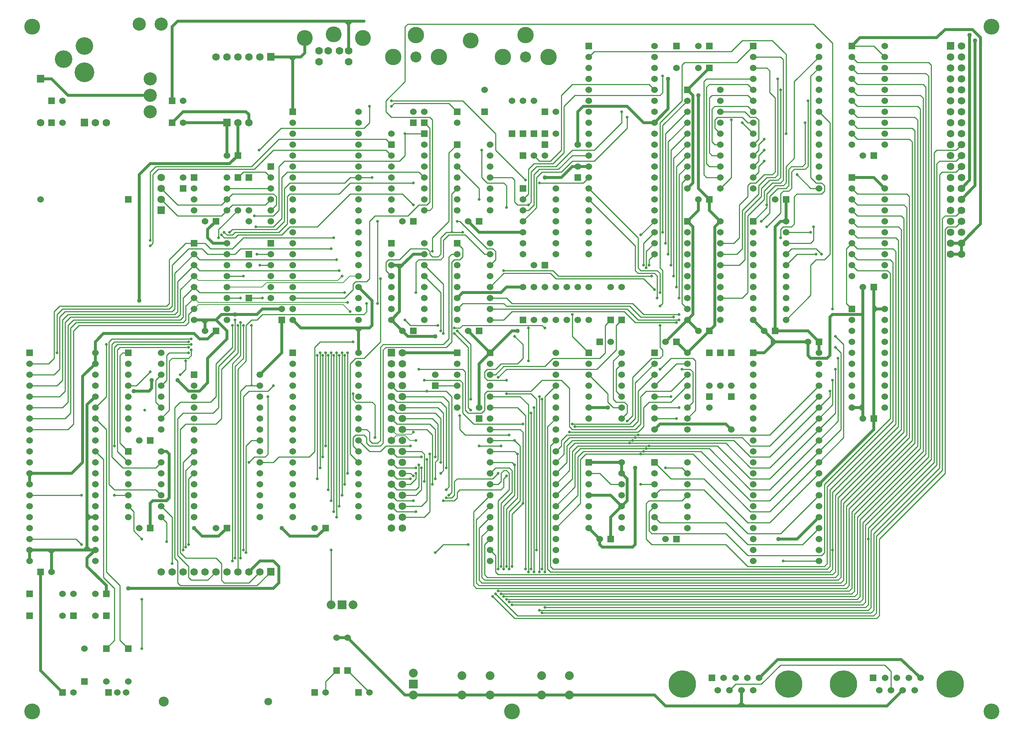
<source format=gbr>
G04 start of page 3 for group 1 idx 1 *
G04 Title: Ultim809, solder *
G04 Creator: pcb 20091103 *
G04 CreationDate: Tue Apr  5 07:19:05 2011 UTC *
G04 For: matt *
G04 Format: Gerber/RS-274X *
G04 PCB-Dimensions: 900000 650000 *
G04 PCB-Coordinate-Origin: lower left *
%MOIN*%
%FSLAX25Y25*%
%LNBACK*%
%ADD11C,0.0200*%
%ADD12C,0.0100*%
%ADD13C,0.0250*%
%ADD14C,0.0600*%
%ADD15C,0.0680*%
%ADD16C,0.2500*%
%ADD17C,0.1000*%
%ADD18C,0.1500*%
%ADD19C,0.0700*%
%ADD20C,0.1450*%
%ADD21C,0.0800*%
%ADD22C,0.0909*%
%ADD23C,0.0712*%
%ADD24C,0.1200*%
%ADD25C,0.1600*%
%ADD26C,0.1800*%
%ADD27C,0.0400*%
%ADD30C,0.0300*%
%ADD31C,0.0380*%
%ADD32C,0.0350*%
%ADD33C,0.1250*%
%ADD34C,0.1100*%
%ADD35C,0.0900*%
%ADD36C,0.0709*%
%ADD37C,0.0512*%
%ADD38C,0.0150*%
%ADD39C,0.0060*%
G54D13*X700000Y460000D02*Y480000D01*
G54D12*X707500Y457500D02*Y482500D01*
X695000Y467500D02*Y485000D01*
X677500Y460000D02*X685000Y467500D01*
X682500Y455000D02*X695000Y467500D01*
G54D13*X700000Y460000D02*X695000D01*
X690000Y455000D01*
G54D12*X682500Y475000D02*Y485000D01*
X730000Y490000D02*X722500D01*
X710000Y502500D01*
X722500Y500000D02*X727500Y495000D01*
X732500Y485000D02*X710000D01*
X705000Y505000D02*Y490000D01*
X727500Y495000D02*X732500D01*
X735000Y492500D01*
Y487500D01*
X732500Y485000D01*
X710000D02*X707500Y482500D01*
X697500Y487500D02*X695000Y485000D01*
X705000Y490000D02*X702500Y487500D01*
X697500D01*
X702500Y507500D02*Y492500D01*
X697500D02*X700000Y495000D01*
X687500Y502500D02*X690000Y505000D01*
Y500000D02*X692500Y502500D01*
X695000Y495000D02*X697500Y497500D01*
X692500D02*X695000Y500000D01*
X700000Y495000D02*Y510000D01*
X685000Y467500D02*Y482500D01*
X682500Y472500D02*Y475000D01*
X702500Y492500D02*X700000Y490000D01*
X690000Y492500D02*X697500D01*
X700000Y490000D02*X692500D01*
X687500Y495000D02*X695000D01*
X685000Y482500D02*X692500Y490000D01*
X682500Y485000D02*X690000Y492500D01*
X680000Y480000D02*Y487500D01*
X687500Y495000D01*
X677500Y482500D02*Y490000D01*
X685000Y497500D01*
X692500D01*
X682500Y500000D02*X690000D01*
X680000Y502500D02*X687500D01*
X670000Y460000D02*X682500Y472500D01*
X675000Y485000D02*X660000Y470000D01*
X665000Y465000D02*X680000Y480000D01*
X677500Y482500D02*X662500Y467500D01*
X665000Y482500D02*Y492500D01*
X667500Y495000D01*
X672500D01*
X675000Y485000D02*Y492500D01*
X682500Y500000D01*
X672500Y495000D02*X680000Y502500D01*
G54D13*X690000Y455000D02*Y360000D01*
G54D12*X727500Y425000D02*X735000D01*
X722500Y420000D02*X727500Y425000D01*
X722500Y392500D02*Y420000D01*
X700000Y370000D02*X722500Y392500D01*
G54D13*X690000Y360000D02*X720000D01*
X690000Y350000D02*X720000D01*
Y360000D02*X730000Y350000D01*
G54D12*X745000Y325000D02*Y285000D01*
X747500Y277500D02*Y335000D01*
X750000Y270000D02*Y340000D01*
X752500Y262500D02*Y347500D01*
X740000Y305000D02*Y300000D01*
X742500Y315000D02*Y292500D01*
X730000Y280000D02*X742500Y292500D01*
X730000Y270000D02*X745000Y285000D01*
X730000Y290000D02*X740000Y300000D01*
G54D13*X767500Y290000D02*X760000D01*
X790000Y380000D02*X782500D01*
G54D12*X842500Y462500D02*Y232500D01*
X845000Y452500D02*Y230000D01*
X795000Y412500D02*Y280000D01*
X797500Y422500D02*Y277500D01*
X800000Y432500D02*Y275000D01*
X802500Y442500D02*Y272500D01*
X805000Y452500D02*Y270000D01*
X807500Y462500D02*Y267500D01*
X810000Y472500D02*Y265000D01*
X812500Y482500D02*Y262500D01*
X815000Y532500D02*Y260000D01*
X817500Y542500D02*Y257500D01*
X820000Y552500D02*Y255000D01*
X822500Y562500D02*Y252500D01*
X825000Y572500D02*Y250000D01*
X827500Y582500D02*Y247500D01*
X830000Y592500D02*Y245000D01*
X832500Y602500D02*Y242500D01*
X835000Y522500D02*Y240000D01*
X837500Y512500D02*Y237500D01*
X840000Y502500D02*Y235000D01*
X740000Y550000D02*Y430000D01*
X755000Y435000D02*Y385000D01*
X760000Y440000D02*X755000Y435000D01*
X735000Y425000D02*X740000Y430000D01*
X760000Y420000D02*X762500D01*
X755000Y385000D02*X760000Y380000D01*
X742500Y622500D02*Y380000D01*
X730000Y560000D02*X740000Y550000D01*
G54D13*X767500Y290000D02*X770000Y287500D01*
Y290000D02*X767500D01*
X770000Y287500D02*Y280000D01*
Y292500D02*X767500Y290000D01*
G54D12*X730000Y260000D02*Y257500D01*
Y240000D02*X752500Y262500D01*
X730000Y250000D02*X750000Y270000D01*
X730000Y260000D02*X747500Y277500D01*
G54D13*X780000Y377500D02*Y280000D01*
X782500Y380000D02*X780000Y377500D01*
Y380000D02*Y377500D01*
X782500Y380000D02*X780000D01*
Y280000D02*Y270000D01*
Y382500D02*Y380000D01*
X770000Y375000D02*Y292500D01*
Y290000D01*
Y287500D01*
X740000Y337500D02*Y372500D01*
X737500Y335000D02*X740000Y337500D01*
X722500Y335000D02*X737500D01*
X720000Y337500D02*X722500Y335000D01*
X720000Y350000D02*Y337500D01*
X730000Y340000D02*Y350000D01*
G54D12*X750000Y340000D02*X745000Y345000D01*
Y355000D02*X752500Y347500D01*
G54D13*X767500Y627500D02*X837500D01*
G54D12*X742500Y622500D02*X725000Y640000D01*
G54D13*X760000Y620000D02*X767500Y627500D01*
G54D12*X780000Y620000D02*X790000Y610000D01*
X760000Y620000D02*X780000D01*
X760000Y610000D02*X765000Y605000D01*
X830000D01*
X650000Y615000D02*X660000Y625000D01*
X670000Y620000D02*X655000Y605000D01*
X660000Y625000D02*X687500D01*
X697500Y615000D01*
X760000Y560000D02*X765000Y555000D01*
X817500D01*
X670000Y550000D02*X667500D01*
X665000D01*
X817500Y555000D02*X820000Y552500D01*
X765000Y565000D02*X820000D01*
X822500Y562500D01*
X765000Y575000D02*X822500D01*
X825000Y572500D01*
X760000Y590000D02*X765000Y585000D01*
X760000Y600000D02*X765000Y595000D01*
Y585000D02*X825000D01*
X827500Y582500D01*
X765000Y595000D02*X827500D01*
X830000Y592500D01*
X587500Y577500D02*Y592500D01*
X605000Y570000D02*Y602500D01*
X607500Y605000D01*
X655000D01*
G54D13*X590000Y350000D02*X610000Y370000D01*
Y340000D02*X630000Y360000D01*
X610000Y340000D02*X600000Y350000D01*
G54D12*X610000Y280000D02*X617500Y287500D01*
X610000Y290000D02*X615000Y295000D01*
Y322500D01*
X612500Y325000D02*X605000D01*
X615000Y322500D02*X612500Y325000D01*
X617500Y287500D02*Y332500D01*
X587500Y415000D02*Y385000D01*
Y337500D02*Y342500D01*
G54D13*X877500Y457500D02*Y627500D01*
X872500Y492500D02*Y625000D01*
X877500Y627500D02*X870000Y635000D01*
G54D12*X860000Y530000D02*X855000Y525000D01*
X860000Y520000D02*X855000Y515000D01*
G54D13*X860000Y490000D02*X867500Y497500D01*
X860000Y480000D02*X872500Y492500D01*
X867500Y497500D02*Y630000D01*
X790000Y490000D02*X780000Y500000D01*
G54D12*X805000Y465000D02*X807500Y462500D01*
Y475000D02*X810000Y472500D01*
X765000Y475000D02*X807500D01*
X765000Y485000D02*X810000D01*
X812500Y482500D01*
G54D13*X780000Y500000D02*X760000D01*
G54D12*Y540000D02*X765000Y535000D01*
X760000Y550000D02*X765000Y545000D01*
X760000Y570000D02*X765000Y565000D01*
X760000Y580000D02*X765000Y575000D01*
Y535000D02*X812500D01*
X815000Y532500D01*
X765000Y545000D02*X815000D01*
X817500Y542500D01*
X855000Y525000D02*X837500D01*
X835000Y522500D01*
X855000Y515000D02*X840000D01*
X837500Y512500D01*
X855000Y505000D02*X842500D01*
X840000Y502500D01*
X860000Y510000D02*X855000Y505000D01*
X860000Y470000D02*X855000Y465000D01*
X845000D01*
X842500Y462500D01*
X860000Y460000D02*X855000Y455000D01*
X847500D01*
X845000Y452500D01*
G54D13*X860000Y440000D02*X877500Y457500D01*
X850000Y440000D02*X860000D01*
Y430000D01*
X850000D01*
G54D12*X830000Y605000D02*X832500Y602500D01*
G54D13*X870000Y635000D02*X845000D01*
X837500Y627500D01*
G54D12*X700000Y450000D02*X722500D01*
X700000Y440000D02*X722500D01*
X725000Y442500D01*
X700000Y420000D02*X710000Y430000D01*
X705000Y435000D02*X700000Y430000D01*
X725000Y442500D02*Y455000D01*
X710000Y430000D02*X727500D01*
X732500D02*X727500Y435000D01*
X705000D01*
X695000Y452500D02*Y445000D01*
G54D13*X670000Y370000D02*X680000Y360000D01*
G54D12*X697500Y455000D02*X695000Y452500D01*
X697500Y455000D02*X705000D01*
X707500Y457500D01*
X760000Y420000D02*X762500D01*
X760000D02*X765000Y415000D01*
X792500D01*
X795000Y412500D01*
X760000Y430000D02*X765000Y425000D01*
X795000D01*
X797500Y422500D01*
X760000Y440000D02*X765000Y435000D01*
X760000Y460000D02*X765000Y455000D01*
X760000Y470000D02*X765000Y465000D01*
X760000Y480000D02*X765000Y475000D01*
X760000Y490000D02*X765000Y485000D01*
Y435000D02*X797500D01*
X800000Y432500D01*
Y445000D02*X802500Y442500D01*
X760000Y450000D02*X765000Y445000D01*
X800000D01*
X765000Y455000D02*X802500D01*
X805000Y452500D01*
X765000Y465000D02*X805000D01*
G54D13*X740000Y372500D02*X742500Y375000D01*
X770000D01*
Y400000D02*Y375000D01*
X780000Y400000D02*Y382500D01*
X782500Y380000D01*
X640000Y460000D02*X630000Y470000D01*
Y480000D01*
X620000D02*Y470000D01*
X610000Y460000D01*
X640000D02*X635000Y455000D01*
G54D12*X640000Y390000D02*X660000D01*
X665000Y395000D01*
Y465000D01*
X662500Y425000D02*Y467500D01*
X660000Y435000D02*Y470000D01*
X657500Y445000D02*Y475000D01*
X665000Y482500D01*
X640000Y420000D02*X657500D01*
X640000Y430000D02*X655000D01*
X640000Y440000D02*X652500D01*
X657500Y445000D01*
Y420000D02*X662500Y425000D01*
X655000Y430000D02*X660000Y435000D01*
X675000Y525000D02*X670000Y520000D01*
X675000Y515000D02*X670000Y510000D01*
X680000Y535000D02*X675000Y530000D01*
Y525000D01*
X680000D02*X675000Y520000D01*
Y515000D01*
X680000D02*X675000Y510000D01*
Y505000D01*
X670000Y500000D01*
X717500Y550000D02*Y512500D01*
X722500Y500000D02*Y592500D01*
X707500Y517500D02*Y587500D01*
X720000Y570000D02*Y510000D01*
X717500Y507500D01*
X707500D01*
X705000Y505000D01*
X717500Y512500D02*X715000Y510000D01*
X695000Y500000D02*Y580000D01*
X715000Y510000D02*X705000D01*
X702500Y507500D01*
X700000Y510000D02*X707500Y517500D01*
X690000Y505000D02*Y572500D01*
X692500Y502500D02*Y590000D01*
X697500Y607500D02*Y497500D01*
X700000Y540000D02*Y612500D01*
X697500Y615000D01*
X675000Y535000D02*X670000Y530000D01*
X640000D02*X635000D01*
X640000Y520000D02*X632500D01*
X640000Y510000D02*X630000D01*
X627500Y512500D02*Y582500D01*
X640000Y500000D02*X627500D01*
X625000Y502500D02*Y587500D01*
X670000Y550000D02*X667500D01*
X670000D02*X667500D01*
X665000D02*X660000Y555000D01*
X670000Y540000D02*X660000Y550000D01*
X675000Y552500D02*Y535000D01*
X672500Y555000D02*X675000Y552500D01*
X667500Y555000D02*X672500D01*
X637500D02*X660000D01*
X640000Y560000D02*X662500D01*
X667500Y555000D01*
X635000Y565000D02*X665000D01*
X670000Y560000D01*
X665000Y575000D02*X670000Y570000D01*
X632500Y575000D02*X665000D01*
X630000Y585000D02*X665000D01*
X670000Y580000D01*
X627500Y590000D02*X670000D01*
G54D13*X610000Y580000D02*X615000Y575000D01*
G54D12*X525000Y615000D02*X650000D01*
X580000Y580000D02*X575000Y585000D01*
X585000Y575000D02*X507500D01*
G54D13*X592500Y590000D02*Y562500D01*
G54D12*X575000Y585000D02*X505000D01*
G54D13*X555000Y565000D02*X515000D01*
X570000Y550000D02*X555000Y565000D01*
X570000Y550000D02*X580000D01*
G54D12*X592500Y532500D02*Y430000D01*
X590000Y540000D02*Y440000D01*
X597500Y517500D02*Y410000D01*
X595000Y525000D02*Y420000D01*
X600000Y510000D02*Y400000D01*
G54D13*X630000Y480000D02*X620000Y490000D01*
X610000Y460000D02*X615000Y455000D01*
G54D12*X587500Y547500D02*Y450000D01*
X630000Y510000D02*X627500Y512500D01*
Y500000D02*X625000Y502500D01*
G54D13*X615000Y495000D02*X610000Y490000D01*
G54D12*X605000Y495000D02*X610000Y500000D01*
Y510000D02*X602500Y502500D01*
X585000Y417500D02*Y550000D01*
Y417500D02*X587500Y415000D01*
X610000Y550000D02*X592500Y532500D01*
X610000Y560000D02*X590000Y540000D01*
G54D13*X592500Y562500D02*X580000Y550000D01*
G54D12*X610000Y570000D02*X587500Y547500D01*
G54D13*X620000Y490000D02*Y575000D01*
G54D12*X635000Y530000D02*X632500Y532500D01*
Y520000D02*X630000Y522500D01*
Y572500D02*X632500Y575000D01*
X635000Y545000D02*Y552500D01*
X637500Y555000D01*
X632500Y532500D02*Y562500D01*
X635000Y565000D01*
X630000Y522500D02*Y572500D01*
G54D13*X615000Y575000D02*Y495000D01*
G54D12*X610000Y540000D02*X595000Y525000D01*
X610000Y520000D02*X600000Y510000D01*
X610000Y530000D02*X597500Y517500D01*
X640000Y540000D02*X635000Y545000D01*
X640000Y490000D02*X650000Y500000D01*
Y552500D01*
G54D13*X615000Y455000D02*Y375000D01*
G54D12*X605000Y385000D02*Y495000D01*
X610000Y380000D02*X605000Y385000D01*
X602500Y502500D02*Y390000D01*
G54D13*X630000Y360000D02*X635000Y365000D01*
Y455000D02*Y365000D01*
G54D12*X580000Y440000D02*X572500Y432500D01*
X580000Y450000D02*X570000Y440000D01*
X580000Y460000D02*X567500Y447500D01*
X520000Y500000D02*X515000Y495000D01*
G54D13*X510000Y510000D02*X520000D01*
G54D12*X512500Y520000D02*X520000D01*
X577500Y410000D02*X492500D01*
X585000Y412500D02*Y395000D01*
X582500Y410000D02*Y390000D01*
X580000Y430000D02*X575000Y425000D01*
Y420000D01*
X572500Y432500D02*Y417500D01*
X570000Y440000D02*Y420000D01*
X567500Y415000D02*X582500D01*
X585000Y412500D01*
X565000D02*X580000D01*
X582500Y410000D01*
X602500Y375000D02*X570000D01*
X597500Y372500D02*X567500D01*
X602500Y370000D02*X565000D01*
X600000Y367500D02*X562500D01*
X570000Y375000D02*X560000Y385000D01*
X567500Y372500D02*X557500Y382500D01*
X565000Y370000D02*X555000Y380000D01*
X562500Y367500D02*X552500Y377500D01*
X585000Y325000D02*X595000Y335000D01*
G54D13*X615000Y375000D02*X610000Y370000D01*
G54D12*X615000Y335000D02*X595000D01*
X617500Y332500D02*X615000Y335000D01*
X610000Y330000D02*X600000D01*
G54D13*X610000Y370000D02*X620000Y360000D01*
G54D12*X600000Y330000D02*X580000Y310000D01*
X610000Y320000D02*X595000Y305000D01*
X572500D01*
X580000Y320000D02*X565000Y305000D01*
X550000Y370000D02*X545000Y365000D01*
Y342500D01*
G54D13*X687500Y352500D02*Y347500D01*
X680000Y360000D02*X690000Y350000D01*
X680000Y340000D02*X690000Y350000D01*
X670000Y340000D02*X680000D01*
G54D12*X685000Y195000D02*X667500D01*
X685000Y185000D02*X730000Y230000D01*
Y210000D02*X695000Y175000D01*
G54D13*X730000Y190000D02*X710000Y170000D01*
G54D12*X685000Y205000D02*X667500D01*
Y215000D02*X685000D01*
X667500Y225000D02*X685000D01*
X667500Y235000D02*X685000D01*
X667500Y245000D02*X685000D01*
Y255000D02*X667500D01*
X685000Y265000D02*X730000Y310000D01*
X685000Y255000D02*X730000Y300000D01*
X685000Y245000D02*X730000Y290000D01*
Y260000D02*Y257500D01*
X685000Y225000D02*X730000Y270000D01*
X685000Y235000D02*X730000Y280000D01*
X685000Y215000D02*X730000Y260000D01*
X685000Y205000D02*X730000Y250000D01*
X685000Y195000D02*X730000Y240000D01*
X665000Y165000D02*X715000D01*
X695000Y175000D02*X665000D01*
X735000Y145000D02*X665000D01*
X732500Y155000D02*X665000D01*
X697500Y150000D02*X730000D01*
G54D13*X710000Y170000D02*X693000D01*
G54D12*X737500Y217500D02*X797500Y277500D01*
X740000Y215000D02*X800000Y275000D01*
X742500Y212500D02*X802500Y272500D01*
X745000Y210000D02*X805000Y270000D01*
X747500Y207500D02*X807500Y267500D01*
X750000Y205000D02*X810000Y265000D01*
X752500Y202500D02*X812500Y262500D01*
X735000Y220000D02*X795000Y280000D01*
G54D13*X780000Y270000D02*X730000Y220000D01*
G54D12*X755000Y200000D02*X815000Y260000D01*
X757500Y197500D02*X817500Y257500D01*
X760000Y195000D02*X820000Y255000D01*
X762500Y192500D02*X822500Y252500D01*
X765000Y190000D02*X825000Y250000D01*
X767500Y187500D02*X827500Y247500D01*
X770000Y185000D02*X830000Y245000D01*
X772500Y182500D02*X832500Y242500D01*
X775000Y180000D02*X835000Y240000D01*
X777500Y177500D02*X837500Y237500D01*
X780000Y175000D02*X840000Y235000D01*
X782500Y172500D02*X842500Y232500D01*
X785000Y170000D02*X845000Y230000D01*
X715000Y165000D02*X730000Y180000D01*
X735000Y220000D02*Y157500D01*
X737500Y147500D02*Y217500D01*
X740000Y215000D02*Y145000D01*
X742500Y212500D02*Y160000D01*
X745000Y210000D02*Y140000D01*
X742500Y160000D02*Y142500D01*
X747500Y207500D02*Y137500D01*
X750000Y205000D02*Y135000D01*
X735000Y157500D02*X732500Y155000D01*
X737500Y147500D02*X735000Y145000D01*
X740000D02*X737500Y142500D01*
X742500D02*X740000Y140000D01*
X745000D02*X742500Y137500D01*
X747500D02*X745000Y135000D01*
X750000Y130000D02*X752500Y132500D01*
X755000Y125000D02*X757500Y127500D01*
X750000Y135000D02*X747500Y132500D01*
X755000Y130000D02*X752500Y127500D01*
X760000Y125000D02*X757500Y122500D01*
X752500Y132500D02*Y202500D01*
X755000Y200000D02*Y130000D01*
X757500Y127500D02*Y197500D01*
X760000Y195000D02*Y125000D01*
Y120000D02*X762500Y122500D01*
X765000Y115000D02*X767500Y117500D01*
Y112500D02*X770000Y115000D01*
Y110000D02*X772500Y112500D01*
Y107500D02*X775000Y110000D01*
X762500Y122500D02*Y192500D01*
X765000Y190000D02*Y120000D01*
X767500Y117500D02*Y187500D01*
X765000Y120000D02*X762500Y117500D01*
X770000Y185000D02*Y115000D01*
X772500Y112500D02*Y182500D01*
X775000Y110000D02*Y170000D01*
Y180000D01*
Y105000D02*X777500Y107500D01*
X780000Y100000D02*X782500Y102500D01*
X777500Y107500D02*Y177500D01*
X780000Y175000D02*Y105000D01*
X777500Y102500D01*
X782500D02*Y172500D01*
X785000Y170000D02*Y100000D01*
X782500Y97500D01*
X580000Y300000D02*X595000D01*
X610000Y310000D02*X595000Y295000D01*
X575000D01*
X572500Y305000D02*X567500Y300000D01*
X542500Y297500D02*X545000Y295000D01*
X542500Y290000D02*X537500Y295000D01*
X545000D02*X552500D01*
X555000Y292500D01*
Y285000D01*
X550000Y280000D01*
Y290000D02*X542500D01*
X602500D02*X580000D01*
X600000Y280000D02*X580000D01*
X575000Y295000D02*X570000Y290000D01*
Y272500D01*
X567500Y300000D02*Y275000D01*
X565000Y305000D02*Y277500D01*
X562500Y312500D02*Y280000D01*
X560000Y282500D02*Y317500D01*
X565000Y277500D02*X560000Y272500D01*
X562500Y280000D02*X557500Y275000D01*
X555000Y277500D02*X560000Y282500D01*
G54D13*X562500Y235000D02*Y165000D01*
X550000Y240000D02*Y230000D01*
X555000Y225000D01*
G54D12*X530000Y230000D02*X540000Y220000D01*
X550000D01*
G54D13*X555000Y225000D02*Y205000D01*
X550000Y200000D01*
X540000Y190000D02*Y170000D01*
Y210000D02*X550000Y200000D01*
X540000Y190000D01*
X645000Y275000D02*X650000Y270000D01*
G54D12*X645000Y257500D02*X667500Y235000D01*
X652500Y260000D02*X667500Y245000D01*
Y255000D02*X660000Y262500D01*
X667500Y195000D02*X615000Y247500D01*
X665000Y185000D02*X685000D01*
X625000Y225000D02*X665000Y185000D01*
X610000Y210000D02*X605000Y205000D01*
X667500D02*X622500Y250000D01*
X630000Y252500D02*X667500Y215000D01*
X637500Y255000D02*X667500Y225000D01*
X665000Y175000D02*X625000Y215000D01*
X585000Y185000D02*X645000D01*
Y175000D02*X577500D01*
X605000Y205000D02*X575000D01*
X577500Y165000D02*X645000D01*
Y185000D02*X665000Y165000D01*
Y155000D02*X645000Y175000D01*
Y165000D02*X665000Y145000D01*
X615000Y247500D02*X567500D01*
X605000Y235000D02*X590000D01*
X580000Y240000D02*X595000Y225000D01*
X652500Y260000D02*X560000D01*
X660000Y262500D02*X562500D01*
X685000Y265000D02*X565000D01*
X580000Y210000D02*X585000Y215000D01*
X610000Y230000D02*X605000Y235000D01*
X585000Y215000D02*X625000D01*
X595000Y225000D02*X625000D01*
X580000Y220000D02*X567500D01*
G54D13*X560000Y162500D02*X532500D01*
X530000Y165000D02*Y170000D01*
X562500Y165000D02*X560000Y162500D01*
X532500D02*X530000Y165000D01*
G54D12*X580000Y190000D02*X585000Y185000D01*
X577500Y175000D02*X575000Y177500D01*
Y195000D01*
X580000Y200000D01*
X575000Y205000D02*X572500Y202500D01*
Y170000D01*
X577500Y165000D01*
G54D13*X585000Y275000D02*X645000D01*
G54D12*X630000Y252500D02*X572500D01*
X637500Y255000D02*X575000D01*
X645000Y257500D02*X557500D01*
G54D13*X580000Y270000D02*X585000Y275000D01*
G54D12*X622500Y250000D02*X570000D01*
Y272500D02*X565000Y267500D01*
X567500Y275000D02*X562500Y270000D01*
G54D13*X520000Y290000D02*X537500D01*
G54D12*X520000Y320000D02*X537500Y302500D01*
Y295000D01*
X545000Y325000D02*X550000Y330000D01*
Y300000D02*X545000Y305000D01*
Y325000D01*
X550000Y340000D02*X542500Y332500D01*
Y297500D01*
X540000Y370000D02*X535000Y365000D01*
Y340000D01*
G54D13*X520000Y180000D02*X530000Y170000D01*
G54D12*X505000Y355000D02*Y375000D01*
X487500Y335000D02*X530000D01*
X480000Y327500D02*X487500Y335000D01*
X520000Y340000D02*X505000Y355000D01*
X535000Y340000D02*X530000Y335000D01*
X430000Y370000D02*X442500D01*
X465000Y332500D02*Y362500D01*
G54D13*X410000Y360000D02*X430000Y340000D01*
X450000Y360000D01*
G54D12*X480000Y362500D02*X477500Y365000D01*
X442500Y327500D02*X480000D01*
X410000Y285000D02*X422500D01*
X410000Y290000D02*Y345000D01*
X412500Y347500D02*Y297500D01*
X410000Y290000D02*X412500Y287500D01*
X467500Y302500D02*X445000D01*
X427500Y305000D02*X467500D01*
X430000Y290000D02*X455000D01*
X430000Y300000D02*X457500D01*
X465000Y292500D01*
X422500Y285000D02*X425000Y287500D01*
G54D13*X420000Y330000D02*Y290000D01*
G54D12*X425000Y302500D02*X427500Y305000D01*
X425000Y287500D02*Y302500D01*
X430000Y270000D02*X457500D01*
X415000Y275000D02*X460000D01*
X505000Y270000D02*X502500Y272500D01*
X457500Y270000D02*X460000Y267500D01*
X482500Y272500D02*X490000Y280000D01*
Y310000D02*X480000Y300000D01*
X502500Y307500D02*X495000Y315000D01*
X467500Y305000D02*X477500Y315000D01*
X502500Y272500D02*Y307500D01*
X472500Y297500D02*X467500Y302500D01*
X455000Y290000D02*X462500Y282500D01*
X400000Y207500D02*X397500Y205000D01*
X387500D01*
X417500Y187500D02*X430000Y200000D01*
X415000Y195000D02*X430000Y210000D01*
X447500Y215000D02*X437500Y205000D01*
X422500Y172500D02*X430000Y180000D01*
X420000D02*X430000Y190000D01*
X425000Y165000D02*X430000Y170000D01*
X410000Y165000D02*X387500D01*
X422500Y135000D02*Y172500D01*
X420000Y132500D02*Y180000D01*
X417500Y130000D02*Y187500D01*
X415000Y127500D02*Y195000D01*
X407500Y287500D02*X410000Y285000D01*
X405000D02*X415000Y275000D01*
X402500Y270000D02*X407500Y265000D01*
X447500D01*
X490000Y210000D02*X505000Y225000D01*
X512500Y202500D02*X490000Y180000D01*
G54D13*X520000Y210000D02*X540000D01*
G54D12*X520000Y230000D02*X530000D01*
X502500Y232500D02*Y252500D01*
X485000Y145000D02*Y255000D01*
X507500Y217500D02*Y247500D01*
X510000Y210000D02*Y245000D01*
X490000Y220000D02*X502500Y232500D01*
X490000Y230000D02*X500000Y240000D01*
X490000D02*X497500Y247500D01*
X512500Y242500D02*Y202500D01*
X482500Y142500D02*Y272500D01*
X480000Y300000D02*Y140000D01*
X477500Y142500D02*Y297500D01*
X475000Y300000D02*Y140000D01*
X472500Y160000D02*Y297500D01*
X510000Y245000D02*X515000Y250000D01*
X512500Y252500D02*X507500Y247500D01*
X505000Y225000D02*Y250000D01*
X517500Y247500D02*X512500Y242500D01*
X510000Y255000D02*X505000Y250000D01*
X500000Y240000D02*Y255000D01*
X497500Y257500D02*Y247500D01*
X507500Y257500D02*X502500Y252500D01*
X505000Y260000D02*X500000Y255000D01*
X502500Y262500D02*X497500Y257500D01*
X500000Y265000D02*X495000Y260000D01*
Y255000D01*
X490000Y250000D01*
X485000Y255000D02*X490000Y260000D01*
X457500Y255000D02*Y205000D01*
X460000Y267500D02*Y202500D01*
X487500Y142500D02*X485000Y145000D01*
Y140000D02*X482500Y142500D01*
X490000Y190000D02*X510000Y210000D01*
X490000Y200000D02*X507500Y217500D01*
G54D13*X520000Y240000D02*X550000D01*
G54D12*X565000Y265000D02*X500000D01*
X575000Y255000D02*X510000D01*
X572500Y252500D02*X512500D01*
X562500Y270000D02*X505000D01*
X565000Y267500D02*X502500D01*
X560000Y272500D02*X507500D01*
X557500Y275000D02*X505000D01*
X557500Y257500D02*X507500D01*
X562500Y262500D02*X502500D01*
X560000Y260000D02*X505000D01*
X567500Y247500D02*X517500D01*
X570000Y250000D02*X515000D01*
X435000Y140000D02*X437500Y137500D01*
X430000Y160000D02*X435000Y155000D01*
Y140000D01*
X425000Y137500D02*Y165000D01*
X437500Y205000D02*Y142500D01*
X440000Y202500D02*Y145000D01*
X442500Y200000D02*Y142500D01*
X445000Y197500D02*Y145000D01*
X447500Y195000D02*Y142500D01*
X450000Y192500D02*Y145000D01*
Y212500D02*X440000Y202500D01*
X452500Y210000D02*X442500Y200000D01*
X455000Y207500D02*X445000Y197500D01*
X457500Y205000D02*X447500Y195000D01*
X460000Y202500D02*X450000Y192500D01*
X462500Y282500D02*Y142500D01*
X465000Y292500D02*Y140000D01*
X467500Y285000D02*Y142500D01*
X470000Y290000D02*Y140000D01*
X390000Y305000D02*X395000Y300000D01*
X387500D02*X392500Y295000D01*
X385000D02*X390000Y290000D01*
X372500Y305000D02*X390000D01*
X365000Y325000D02*X405000D01*
X370000Y315000D02*X402500D01*
Y282500D02*Y270000D01*
X407500Y322500D02*Y287500D01*
X405000Y312500D02*Y285000D01*
X395000Y207500D02*X390000D01*
Y215000D02*X392500Y217500D01*
Y210000D02*X395000Y212500D01*
X397500Y210000D02*X395000Y207500D01*
X400000Y225000D02*X397500Y222500D01*
Y210000D01*
X402500Y215000D02*X400000Y212500D01*
Y207500D01*
G54D13*X360000Y27500D02*X404409D01*
G54D12*X387500Y165000D02*X380000Y157500D01*
G54D13*X352500Y27500D02*X360000D01*
G54D12*X420000Y255000D02*X440000D01*
X430000Y230000D02*X435000Y235000D01*
X447500D01*
X450000Y232500D01*
X430000Y240000D02*X450000D01*
X452500Y237500D01*
X430000Y250000D02*X452500D01*
X455000Y247500D01*
X452500Y260000D02*X457500Y255000D01*
X430000Y260000D02*X452500D01*
X432500Y225000D02*X400000D01*
X440000Y215000D02*X402500D01*
X437500Y220000D02*X430000D01*
X445000Y232500D02*X447500Y230000D01*
X445000Y232500D02*X442500D01*
X440000Y230000D01*
Y222500D01*
X437500Y230000D02*X432500Y225000D01*
X445000Y227500D02*X442500Y225000D01*
Y217500D01*
X440000Y215000D01*
Y222500D02*X437500Y220000D01*
X447500Y230000D02*Y215000D01*
X450000Y232500D02*Y212500D01*
X452500Y237500D02*Y210000D01*
X455000Y247500D02*Y207500D01*
X435000Y120000D02*X455000Y100000D01*
X452500Y97500D02*X432500Y117500D01*
G54D13*X404409Y27500D02*X430000D01*
G54D12*X395000Y300000D02*Y212500D01*
X392500Y295000D02*Y217500D01*
X390000Y290000D02*Y235000D01*
G54D39*X358300Y265700D02*X360000Y267500D01*
X352600Y264300D02*X357000Y260000D01*
X344300Y265700D02*X358300D01*
X344300Y264300D02*X352600D01*
G54D12*X737500Y142500D02*X487500D01*
X740000Y140000D02*X485000D01*
X440000Y120000D02*X760000D01*
X762500Y117500D02*X442500D01*
X445000Y115000D02*X765000D01*
X447500Y112500D02*X767500D01*
X450000Y110000D02*X770000D01*
X480000Y107500D02*X772500D01*
X475000Y105000D02*X775000D01*
X455000Y100000D02*X780000D01*
X782500Y97500D02*X452500D01*
X745000Y135000D02*X427500D01*
X742500Y137500D02*X437500D01*
X427500Y135000D02*X425000Y137500D01*
Y132500D02*X422500Y135000D01*
X747500Y132500D02*X425000D01*
X750000Y130000D02*X422500D01*
X420000Y127500D02*X417500Y130000D01*
X757500Y122500D02*X437500D01*
X422500Y130000D02*X420000Y132500D01*
X752500Y127500D02*X420000D01*
X755000Y125000D02*X417500D01*
X415000Y127500D01*
X795700Y31900D02*Y49300D01*
G54D13*X692500Y60000D02*X805000D01*
X822700Y43100D01*
G54D12*X795700Y49300D02*X790000Y55000D01*
X695000D02*X790000D01*
X777500Y102500D02*X477500D01*
G54D13*X655500Y17500D02*X656500D01*
X648500Y31900D02*Y31500D01*
X656500Y17500D02*X655500D01*
X656500D02*X659300Y20000D01*
Y17500D01*
X660000D01*
X662500D02*X662000D01*
X662500D02*X662000D01*
X660000D02*X659300D01*
X656500D01*
X662000D02*X660000D01*
X580000Y27500D02*X590000Y17500D01*
X430000Y27500D02*X580000D01*
X655500Y17500D02*X590000D01*
X792100D02*X662500D01*
X792100D02*X806500Y31900D01*
X662000Y17500D02*X659500Y20000D01*
X648500Y31900D02*Y31500D01*
G54D12*X677500Y37500D02*X654100D01*
X648500Y31900D01*
G54D13*X659300D02*Y20000D01*
G54D12*X677500Y37500D02*X695000Y55000D01*
G54D13*X675500Y43100D02*X675600D01*
X692500Y60000D01*
G54D12*X392500Y427500D02*Y352500D01*
X395000Y422500D02*X397500Y425000D01*
X402500D01*
X395000Y422500D02*Y350000D01*
X410000Y345000D02*X397500Y357500D01*
X370000Y420000D02*X387500Y402500D01*
X365000Y425000D02*X385000D01*
X387500Y427500D01*
X377500D02*X382500D01*
G54D13*X347500Y417500D02*Y420000D01*
X345000D01*
G54D12*X387500Y402500D02*Y357500D01*
X385000Y395000D02*Y360000D01*
X370000Y410000D02*X385000Y395000D01*
G54D13*X400000Y390000D02*X405000Y395000D01*
G54D12*X397500Y362500D02*X402500D01*
X405000Y365000D01*
X400000Y380000D02*X405000Y385000D01*
G54D13*X440000Y395000D02*X445000Y400000D01*
G54D12*X450000Y385000D02*X445000Y390000D01*
X577500Y335000D02*X585000D01*
X587500Y337500D01*
Y342500D02*X585000Y345000D01*
Y365000D01*
Y382500D02*X587500Y385000D01*
X580000Y397500D02*X570000Y407500D01*
G54D13*X450000Y360000D02*X455000D01*
G54D12*X445000Y382500D02*X442500Y385000D01*
X557500Y382500D02*X445000D01*
X560000Y385000D02*X450000D01*
X552500Y377500D02*X450000D01*
X390000Y345000D02*X395000Y350000D01*
X400000Y310000D02*X380000D01*
X402500Y315000D02*X405000Y312500D01*
Y325000D02*X407500Y322500D01*
X392500Y352500D02*X387500Y347500D01*
X400000Y360000D02*X412500Y347500D01*
G54D13*X350000Y340000D02*X400000D01*
X350000Y360000D02*X355000Y355000D01*
X380000D01*
G54D12*X382500Y365000D02*X357500D01*
X352500Y370000D01*
X452500Y355000D02*X460000Y347500D01*
Y335000D01*
X455000Y330000D01*
X435000Y320000D02*X442500Y327500D01*
X435000Y320000D02*X430000D01*
X455000Y330000D02*X440000D01*
X435000Y325000D01*
X427500Y315000D02*X445000D01*
X427500Y325000D02*X425000Y322500D01*
Y317500D01*
X427500Y315000D01*
X450000Y377500D02*X442500Y370000D01*
X437500Y317500D02*X445000Y325000D01*
X545000Y342500D02*X527500Y325000D01*
X580000Y330000D02*X562500Y312500D01*
X577500Y335000D02*X560000Y317500D01*
X445000Y325000D02*X527500D01*
G54D13*X420000Y330000D02*X430000Y340000D01*
G54D12*X477500Y315000D02*X495000D01*
X435000Y325000D02*X427500D01*
X477500Y365000D02*X405000D01*
X555000Y380000D02*X430000D01*
G54D13*X445000Y400000D02*X460000D01*
G54D12*X442500Y415000D02*X487500D01*
X492500Y410000D01*
X490000Y407500D02*X485000Y412500D01*
X430000Y400000D02*X442500Y412500D01*
X485000D02*X442500D01*
G54D13*X405000Y395000D02*X440000D01*
G54D12*X402500Y425000D02*X405000Y427500D01*
X430000Y390000D02*X445000D01*
X430000Y420000D02*X435000Y425000D01*
X405000Y385000D02*X442500D01*
X477500Y505000D02*X472500Y500000D01*
X470000Y502500D02*X475000Y507500D01*
X515000Y495000D02*X475000D01*
X470000Y475000D02*Y502500D01*
X465000Y507500D02*Y485000D01*
X467500Y505000D02*Y477500D01*
X465000Y485000D02*X460000Y480000D01*
X472500Y500000D02*Y475000D01*
X465000D02*X467500Y477500D01*
X472500Y472500D02*Y475000D01*
X460000Y460000D02*X472500Y472500D01*
X460000Y470000D02*X465000D01*
X470000Y475000D01*
X472500D02*Y472500D01*
X520000Y490000D02*X565000Y445000D01*
Y417500D01*
X567500Y415000D01*
X562500Y437500D02*Y415000D01*
X565000Y412500D01*
X490000Y407500D02*X570000D01*
X520000Y480000D02*X562500Y437500D01*
G54D13*X480000Y500000D02*X495000D01*
G54D12*X525000Y515000D02*X555000Y545000D01*
X470000Y512500D02*X465000Y507500D01*
X520000Y610000D02*X525000Y615000D01*
X495000Y575000D02*X505000Y585000D01*
G54D13*X510000Y560000D02*X515000Y565000D01*
G54D12*X495000Y525000D02*Y575000D01*
X507500D02*X497500Y565000D01*
Y522500D01*
G54D13*X510000Y530000D02*Y560000D01*
G54D12*X492500Y507500D02*X505000Y520000D01*
X512500D01*
G54D13*X505000Y510000D02*X510000D01*
G54D12*X520000Y520000D02*X512500D01*
X505000Y515000D02*X495000Y505000D01*
X505000Y515000D02*X525000D01*
G54D13*X495000Y500000D02*X505000Y510000D01*
G54D12*X495000Y505000D02*X477500D01*
X497500Y522500D02*X487500Y512500D01*
X475000Y507500D02*X492500D01*
X475000Y515000D02*X485000D01*
X470000Y520000D02*X475000Y515000D01*
X485000D02*X495000Y525000D01*
X487500Y512500D02*X470000D01*
X730000Y610000D02*X707500Y587500D01*
X730000Y600000D02*X722500Y592500D01*
X670000Y610000D02*X695000D01*
X697500Y607500D01*
X685000Y597500D02*X682500Y600000D01*
X670000D01*
X690000Y572500D02*X685000Y577500D01*
Y597500D01*
X355000Y640000D02*X352500Y637500D01*
X355000Y640000D02*X725000D01*
X585000Y575000D02*X587500Y577500D01*
X340000Y570000D02*X405000D01*
X352500Y637500D02*Y587500D01*
X627500Y582500D02*X630000Y585000D01*
X625000Y587500D02*X627500Y590000D01*
G54D13*X630000Y600000D02*X610000Y580000D01*
G54D12*X585000Y550000D02*X605000Y570000D01*
X555000Y545000D02*Y555000D01*
X550000Y560000D02*Y550000D01*
X525000Y525000D01*
X505000D01*
X400000Y530000D02*X392500Y522500D01*
X505000Y525000D02*X490000Y510000D01*
X472500D01*
X467500Y505000D01*
X430000Y500000D02*X450000D01*
X452500Y497500D01*
X422500Y500000D02*Y525000D01*
X462500Y497500D02*X435000Y525000D01*
Y540000D02*X405000Y570000D01*
X435000Y525000D02*Y540000D01*
X400000Y560000D02*X392500Y567500D01*
X342500D01*
X340000Y565000D01*
X365000Y505000D02*X370000Y500000D01*
X352500Y520000D02*Y540000D01*
Y520000D02*X347500Y515000D01*
X352500Y540000D02*X370000D01*
X395000Y485000D02*Y451000D01*
X396000Y450000D02*X395000D01*
Y451000D02*Y450000D01*
X420000Y490000D02*X400000Y510000D01*
X420000Y480000D02*Y490000D01*
X442500Y495000D02*X427500D01*
X422500Y500000D01*
X442500Y495000D02*X445000Y492500D01*
Y472500D01*
X400000Y490000D02*X395000Y485000D01*
X392500Y522500D02*Y460000D01*
X375000Y477500D02*X372500Y475000D01*
X402500Y460000D02*X400000D01*
X375000Y470000D02*X370000D01*
X452500Y497500D02*Y477500D01*
X370000Y550000D02*X375000Y545000D01*
Y477500D01*
X405000Y435000D02*X400000Y440000D01*
Y430000D02*X395000D01*
X392500Y427500D01*
X387500D02*Y442500D01*
X382500Y427500D02*X385000Y430000D01*
Y445000D01*
X392500Y460000D02*X377500Y445000D01*
X387500Y442500D02*X392500Y447500D01*
X390000Y450000D02*X385000Y445000D01*
X375000Y470000D02*X377500Y472500D01*
X372500Y475000D02*X365000D01*
X360000D02*X350000Y485000D01*
X365000Y475000D02*X355000Y465000D01*
X407500Y447500D02*X392500D01*
X405000Y450000D02*X396000D01*
X395000Y451000D02*X394000Y450000D01*
X395000Y451000D02*X396000Y450000D01*
X395000D02*X394000D01*
X390000D01*
X405000Y427500D02*Y435000D01*
X425000Y430000D02*X407500Y447500D01*
X427500Y435000D02*X402500Y460000D01*
X430000Y430000D02*X425000D01*
X435000Y425000D02*Y432500D01*
X432500Y435000D01*
X427500D01*
X455000Y475000D02*X465000D01*
X452500Y477500D02*X455000Y475000D01*
G54D13*X410000Y460000D02*X420000Y450000D01*
X460000D01*
X350000Y420000D02*X347500D01*
Y417500D02*X360000Y430000D01*
G54D12*X357500Y435000D02*X347500Y425000D01*
G54D13*X345000Y420000D02*X347500Y417500D01*
X350000Y420000D01*
G54D12*X362500Y395000D02*Y422500D01*
X335000Y415000D02*X340000Y410000D01*
X335000Y422500D02*Y415000D01*
X347500Y425000D02*X337500D01*
X335000Y422500D01*
G54D13*X345000Y420000D02*X340000D01*
G54D12*Y555000D02*X335000Y560000D01*
Y570000D01*
X375000Y555000D02*X340000D01*
X377500Y472500D02*Y552500D01*
X375000Y555000D01*
X340000Y520000D02*X335000Y525000D01*
X340000Y530000D02*X335000Y535000D01*
Y570000D02*X352500Y587500D01*
X377500Y445000D02*Y432500D01*
X372500Y435000D02*X357500D01*
X372500D02*X375000Y432500D01*
Y430000D01*
G54D13*X360000D02*X370000D01*
G54D12*X362500Y422500D02*X365000Y425000D01*
X375000Y430000D02*X377500Y427500D01*
G54D13*X20000Y590000D02*X30000D01*
X120000Y575000D02*X45000D01*
X30000Y590000D02*X45000Y575000D01*
X140000Y550000D02*X150000Y560000D01*
Y550000D02*X190000D01*
X150000Y560000D02*X207500D01*
X140000Y637500D02*X145000Y642500D01*
X140000Y570000D02*Y637500D01*
X210000Y557500D02*X207500Y560000D01*
X210000Y550000D02*Y557500D01*
X200000Y550000D02*Y520000D01*
X190000Y550000D02*Y520000D01*
G54D12*X219500Y525000D02*X239500Y545000D01*
X335000Y535000D02*X237500D01*
X239500Y545000D02*X315000D01*
X320000Y550000D01*
Y565000D01*
X335000Y525000D02*X232500D01*
G54D13*X250000Y610000D02*X252500D01*
X250000D02*Y607500D01*
X230000Y610000D02*X247500D01*
X250000Y607500D01*
X252500Y610000D01*
X315000Y642500D02*X145000D01*
X260925Y627283D02*Y613425D01*
X257500Y610000D01*
X250000Y607500D02*Y560000D01*
X247500Y610000D02*X250000D01*
X252500D02*X257500D01*
X300886Y615472D02*Y642386D01*
X301000Y642500D01*
X298000D02*X301000Y639500D01*
Y640000D01*
X303500Y642500D01*
G54D12*X190000Y490000D02*X230000D01*
X200000Y500000D02*X205000Y505000D01*
X225000D01*
X230000Y500000D01*
X232500Y485000D02*X195000D01*
Y475000D02*X225000D01*
X195000Y485000D02*X190000Y480000D01*
X195000Y452500D02*X235000D01*
X197500Y450000D02*X237500D01*
X200000Y447500D02*X240000D01*
X200000Y470000D02*X182500Y452500D01*
X215000Y465000D02*X232500D01*
X237500Y470000D01*
Y510000D01*
X240000Y462500D02*Y500000D01*
X195000Y475000D02*X190000Y470000D01*
Y480000D02*X185000Y475000D01*
X190000Y470000D02*X185000Y465000D01*
G54D13*X180000Y460000D02*X172500Y452500D01*
Y445000D01*
X110000Y502500D02*Y387500D01*
G54D12*X122500Y440000D02*X120000Y437500D01*
G54D13*Y512500D02*X110000Y502500D01*
G54D12*X122500D02*Y440000D01*
X120000Y505000D02*Y442500D01*
X170000Y440000D02*X175000Y435000D01*
X170000Y440000D02*X160000D01*
X175000Y435000D02*X195000D01*
X167500D02*X155000D01*
X160000Y430000D02*X165000Y425000D01*
X160000Y430000D02*X142500Y412500D01*
X160000Y420000D02*X165000Y415000D01*
G54D13*X190000Y440000D02*X177500D01*
X172500Y445000D02*X177500Y440000D01*
G54D12*X160000D02*X152500D01*
X190000Y430000D02*X172500D01*
X167500Y435000D01*
X137500Y425000D02*X152500Y440000D01*
X155000Y435000D02*X140000Y420000D01*
X137500Y385000D02*Y425000D01*
G54D39*X160000Y390000D02*X164000Y386000D01*
G54D12*X190000Y390000D02*X202500D01*
X187500Y450000D02*X190000Y447500D01*
X192500Y450000D02*X195000Y452500D01*
X197500Y430000D02*X190000D01*
X202500Y435000D02*X197500Y430000D01*
X185000Y447500D02*X187500Y445000D01*
X197500D01*
X200000Y447500D01*
X190000D02*X195000D01*
X197500Y450000D01*
X182500Y452500D02*Y445000D01*
X145000Y465000D02*X185000D01*
X145000Y475000D02*X185000D01*
X130000Y480000D02*X145000Y465000D01*
X130000Y490000D02*X145000Y475000D01*
X215000Y507500D02*X127500D01*
X212500Y510000D02*X125000D01*
X127500Y507500D02*X122500Y502500D01*
X125000Y510000D02*X120000Y505000D01*
X165000Y425000D02*X290000D01*
X230000Y420000D02*X220000D01*
X230000Y430000D02*X217500D01*
X190000Y410000D02*X205000D01*
X195000Y435000D02*X205000Y445000D01*
X237500Y450000D02*X245000Y457500D01*
X247500Y455000D02*X272500D01*
G54D39*X296000Y404000D02*X226000D01*
X291000Y406000D02*X164000D01*
X222000Y400000D02*X190000D01*
G54D12*X320000Y407500D02*Y460000D01*
X327500Y385000D02*Y460000D01*
X325000Y465000D02*X320000Y460000D01*
X355000Y465000D02*X325000D01*
X202500Y435000D02*X285000D01*
X205000Y445000D02*X287500D01*
X240000Y447500D02*X247500Y455000D01*
X216500D02*X232500D01*
X240000Y462500D01*
X242500Y460000D02*X235000Y452500D01*
X225000Y475000D02*X230000Y480000D01*
Y470000D02*X235000Y475000D01*
Y482500D01*
X232500Y485000D01*
X247500Y495000D02*X242500Y490000D01*
X247500Y485000D02*X245000Y482500D01*
X242500Y490000D02*Y460000D01*
X245000Y457500D02*Y482500D01*
X302500Y495000D02*X292500Y485000D01*
X247500D01*
X272500Y455000D02*X302500Y485000D01*
X310000Y500000D02*X322500D01*
X245000Y505000D02*X365000D01*
X302500Y500000D02*X310000D01*
G54D13*X192500Y512500D02*X120000D01*
G54D12*X242500Y515000D02*X347500D01*
X240000Y500000D02*X245000Y505000D01*
X237500Y510000D02*X242500Y515000D01*
X232500Y525000D02*X215000Y507500D01*
X237500Y535000D02*X212500Y510000D01*
G54D13*X200000Y520000D02*X192500Y512500D01*
G54D12*X302500Y500000D02*X297500Y495000D01*
X302500Y485000D02*X350000D01*
X297500Y495000D02*X247500D01*
X302500D02*X360000D01*
X250000Y390000D02*X297500D01*
X305000Y397500D01*
Y402500D01*
X307500Y405000D01*
G54D39*X295000Y410000D02*X291000Y406000D01*
X302000Y410000D02*X296000Y404000D01*
G54D12*X307500Y405000D02*X317500D01*
G54D39*X310000Y410000D02*X302000D01*
G54D12*X317500Y405000D02*X320000Y407500D01*
X112500Y170000D02*X105000Y177500D01*
Y195000D02*Y177500D01*
X100000Y210000D02*X87500D01*
X82500Y220000D02*X87500Y215000D01*
G54D13*X65000Y190000D02*X62500Y192500D01*
Y190000D02*X65000D01*
X62500D02*Y192500D01*
Y187500D02*X65000Y190000D01*
X62500Y187500D02*Y190000D01*
X65000D02*X70000D01*
X62500Y162500D02*Y187500D01*
G54D12*X137500Y287500D02*X130000Y280000D01*
G54D13*Y250000D02*X135000D01*
X137500Y247500D01*
G54D12*X142500Y152500D02*Y290000D01*
X130000Y240000D02*X125000Y235000D01*
G54D13*X137500Y247500D02*Y207500D01*
G54D12*X145000Y155000D02*Y280000D01*
Y150000D02*X142500Y152500D01*
G54D13*X105000Y305000D02*X119000D01*
X121500Y307500D01*
Y315000D01*
G54D12*X120000Y322500D02*X107500Y310000D01*
X70000Y320000D02*X67500D01*
X147500Y270000D02*Y157500D01*
X152500Y152500D01*
X145000Y155000D02*X155000Y145000D01*
Y135000D01*
X157500Y132500D01*
X150000Y285000D02*X145000Y280000D01*
X152500Y275000D02*X147500Y270000D01*
X142500Y290000D02*X147500Y295000D01*
G54D13*X62500Y160000D02*Y162500D01*
X60000Y160000D02*X62500Y162500D01*
X65000Y160000D01*
X60000D02*X62500D01*
X65000D01*
G54D12*X57500Y165000D02*X52500Y170000D01*
X10000D01*
G54D13*X30000Y157500D02*Y160000D01*
X32500D02*X60000D01*
X30000D02*X32500D01*
X27500D02*X30000D01*
X10000Y150000D02*Y160000D01*
X27500D01*
X30000Y140000D02*Y157500D01*
X27500Y160000D02*X30000Y157500D01*
X32500Y160000D01*
X20000Y140000D02*Y50000D01*
G54D12*X87500Y77500D02*Y125000D01*
X112500Y70000D02*Y115000D01*
X92500Y77500D02*Y127500D01*
X80000Y70000D02*X87500Y77500D01*
G54D13*X40000Y30000D02*X20000Y50000D01*
G54D12*X100000Y70000D02*X92500Y77500D01*
G54D13*X62500Y145000D02*Y152500D01*
X80000Y127500D02*X62500Y145000D01*
G54D12*X80000Y140000D02*X92500Y127500D01*
G54D13*X80000D02*Y120000D01*
G54D12*X87500Y125000D02*X77500Y135000D01*
G54D13*X62500Y152500D02*X70000Y160000D01*
X65000D02*X70000D01*
G54D12*X90000Y250000D02*X100000Y240000D01*
X125000Y235000D02*X95000D01*
X85000Y245000D01*
X87500Y215000D02*X125000D01*
X80000Y270000D02*Y140000D01*
X77500Y242500D02*Y135000D01*
X135000Y167500D02*Y185000D01*
X130000Y190000D01*
X100000Y200000D02*X105000Y195000D01*
X125000Y215000D02*X130000Y210000D01*
G54D13*X122500Y205000D02*X120000Y202500D01*
Y180000D01*
X135000Y205000D02*X122500D01*
X137500Y207500D02*X135000Y205000D01*
G54D12*X130000Y200000D02*X140000Y190000D01*
Y147500D01*
X145000Y150000D02*Y130000D01*
X147500Y127500D01*
X130000Y320000D02*X125000Y315000D01*
X100000Y310000D02*X107500D01*
X137500Y332500D02*Y287500D01*
X155000Y367500D02*X152500Y365000D01*
X155000Y375000D02*Y367500D01*
X152500Y370000D02*X150000Y367500D01*
X147500Y320000D02*X152500Y325000D01*
X155000Y345000D02*X92500D01*
X157500Y347500D02*X90000D01*
X155000Y350000D02*X87500D01*
X157500Y352500D02*X85000D01*
X87500Y350000D02*X85000Y347500D01*
X90000D02*X87500Y345000D01*
G54D13*X77500Y357500D02*X160000D01*
G54D12*X150000Y372500D02*X147500Y370000D01*
X145000Y372500D02*X147500Y375000D01*
X145000Y377500D02*X142500Y375000D01*
G54D13*X145000Y315000D02*X155000Y305000D01*
G54D12*X40000Y370000D02*Y315000D01*
X37500Y325000D02*Y372500D01*
X42500Y305000D02*Y367500D01*
X45000Y295000D02*Y365000D01*
X47500Y285000D02*Y362500D01*
X55000Y365000D02*X50000Y360000D01*
X45000Y375000D02*X40000Y370000D01*
X37500Y372500D02*X42500Y377500D01*
X50000Y360000D02*Y275000D01*
X52500Y367500D02*X47500Y362500D01*
X50000Y370000D02*X45000Y365000D01*
X47500Y372500D02*X42500Y367500D01*
X92500Y345000D02*X90000Y342500D01*
X152500Y365000D02*X55000D01*
X52500Y367500D02*X150000D01*
X142500Y375000D02*X45000D01*
X147500Y370000D02*X50000D01*
X145000Y372500D02*X47500D01*
X42500Y377500D02*X140000D01*
X137500Y380000D02*X40000D01*
X37500Y382500D02*X135000D01*
X85000Y352500D02*X82500Y350000D01*
G54D13*X70000Y340000D02*Y350000D01*
X77500Y357500D01*
G54D12*X40000Y380000D02*X35000Y375000D01*
X32500Y377500D02*X37500Y382500D01*
X35000Y375000D02*Y340000D01*
X32500Y335000D02*Y377500D01*
X70000Y250000D02*X77500Y242500D01*
X100000Y250000D02*X92500Y257500D01*
G54D13*X10000Y230000D02*X48500D01*
X10000D02*Y220000D01*
X58500Y240000D02*X48500Y230000D01*
G54D12*X10000Y270000D02*X45000D01*
X10000Y280000D02*X42500D01*
X10000Y290000D02*X40000D01*
X50000Y275000D02*X45000Y270000D01*
X42500Y280000D02*X47500Y285000D01*
X70000Y280000D02*X80000Y270000D01*
X82500Y350000D02*Y220000D01*
G54D13*X58500Y318500D02*Y240000D01*
G54D12*X70000Y320000D02*X67500D01*
G54D13*X70000Y340000D02*Y330000D01*
G54D12*Y290000D02*X80000Y300000D01*
Y347500D01*
X10000Y320000D02*X32500D01*
X10000Y300000D02*X37500D01*
X35000Y310000D02*X10000D01*
X37500Y300000D02*X42500Y305000D01*
X40000Y315000D02*X35000Y310000D01*
X32500Y320000D02*X37500Y325000D01*
X40000Y290000D02*X45000Y295000D01*
X10000Y330000D02*X27500D01*
X32500Y335000D01*
X95000Y340000D02*X92500Y337500D01*
G54D13*X70000Y330000D02*X58500Y318500D01*
G54D12*X100000Y340000D02*X95000D01*
X85000Y347500D02*Y245000D01*
G54D13*X70000Y300000D02*X62500Y292500D01*
G54D12*X90000Y342500D02*Y250000D01*
X87500Y345000D02*Y255000D01*
X92500Y257500D02*Y337500D01*
X10000Y210000D02*X57500D01*
G54D13*X62500Y192500D02*Y292500D01*
X240000Y180000D02*X247500Y172500D01*
X272500D01*
X280000Y180000D01*
G54D12*X155000Y225000D02*Y165000D01*
X152500Y232500D02*Y162500D01*
X150000Y240000D02*Y160000D01*
G54D13*X160000Y180000D02*X167500Y172500D01*
X182500D01*
G54D12*X152500Y152500D02*X180000D01*
X185000Y147500D01*
X202500Y152500D02*Y305000D01*
X205000Y300000D02*Y160000D01*
X207500Y255000D02*Y157500D01*
X200000Y140000D02*Y325000D01*
X197500Y152500D02*Y327500D01*
X195000Y150000D02*Y330000D01*
X220000Y310000D02*X213500D01*
X207500D02*X202500Y305000D01*
X232500Y310000D02*X227500Y305000D01*
X210000D01*
X205000Y300000D01*
X220000Y260000D02*X212500D01*
X207500Y255000D01*
X265000Y245000D03*
X185000Y280000D02*Y325000D01*
X182500Y290000D02*Y327500D01*
Y290000D02*X177500Y285000D01*
G54D13*X237500Y145000D02*X232500Y150000D01*
G54D12*X160000Y230000D02*X155000Y225000D01*
X160000Y240000D02*X152500Y232500D01*
X160000Y250000D02*X150000Y240000D01*
X177500Y285000D02*X150000D01*
X185000Y280000D02*X180000Y275000D01*
X152500D01*
X147500Y295000D02*X175000D01*
X180000Y300000D01*
G54D13*X182500Y172500D02*X190000Y180000D01*
G54D12*X185000Y147500D02*Y132500D01*
G54D13*X232500Y125000D02*X100000D01*
G54D12*X172500Y132500D02*X180000Y140000D01*
X157500Y132500D02*X172500D01*
X185000D02*X187500Y130000D01*
X210000D01*
X147500Y127500D02*X217500D01*
X230000Y140000D01*
X210000Y130000D02*X220000Y140000D01*
G54D13*X232500Y125000D02*X237500Y130000D01*
Y145000D01*
G54D12*X325000Y262500D02*Y292500D01*
X302500Y247500D02*Y330000D01*
X307500Y265000D02*X315000D01*
X317500Y257500D02*X320000Y255000D01*
X325000Y292500D02*X322500Y295000D01*
X340000Y290000D02*X345000Y285000D01*
X340000Y280000D02*X345000Y275000D01*
X340000Y250000D02*X345000Y245000D01*
X322500Y257500D02*X327500D01*
X330000Y260000D01*
Y255000D02*X332500Y257500D01*
X335000Y255000D02*X330000Y250000D01*
X320000D02*X330000D01*
X320000Y255000D02*X330000D01*
G54D39*X340000Y270000D02*X344300Y265700D01*
X340000Y260000D02*X344300Y264300D01*
G54D12*X350000Y280000D02*X377500D01*
X350000Y290000D02*X382500D01*
X345000Y275000D02*X375000D01*
X345000Y285000D02*X380000D01*
X350000Y270000D02*X372500D01*
X345000Y295000D02*X385000D01*
X345000Y305000D02*X372500D01*
X350000Y300000D02*X387500D01*
X380000Y285000D02*X385000Y280000D01*
X382500Y290000D02*X387500Y285000D01*
X377500Y280000D02*X382500Y275000D01*
X332500Y347500D02*X387500D01*
X332500D02*X330000Y345000D01*
X332500Y342500D02*X335000Y345000D01*
X390000D01*
X332500Y257500D02*Y342500D01*
X317500Y262500D02*Y257500D01*
X315000Y265000D02*X317500Y262500D01*
X310000Y260000D02*X320000Y250000D01*
X305000Y255000D02*Y262500D01*
X307500Y265000D01*
X310000Y270000D02*X317500D01*
X320000Y267500D01*
Y260000D01*
X322500Y257500D01*
X310000Y240000D02*X302500Y247500D01*
X310000Y250000D02*X305000Y255000D01*
X335000D02*X357500D01*
X350000Y250000D02*X367500D01*
G54D39*X362500Y260000D02*X357000D01*
G54D12*X370000Y247500D02*Y222500D01*
X367500Y250000D02*X370000Y247500D01*
X362500Y235000D02*X345000D01*
X357500Y230000D02*X350000D01*
X360000Y227500D02*X357500Y230000D01*
X377500Y265000D02*Y220000D01*
X380000Y225000D02*Y240000D01*
X350000Y220000D02*X357500D01*
X345000Y215000D02*X362500D01*
X365000Y217500D01*
X340000Y230000D02*X345000Y225000D01*
X340000Y220000D02*X345000Y215000D01*
X340000Y210000D02*X345000Y205000D01*
X340000Y200000D02*X345000Y195000D01*
Y235000D02*X340000Y240000D01*
X345000Y225000D02*X357500D01*
X350000Y200000D02*X367500D01*
X372500Y205000D01*
X350000Y210000D02*X362500D01*
X367500Y215000D02*X362500Y210000D01*
X345000Y195000D02*X362500D01*
X345000Y205000D02*X360000D01*
X345000Y245000D02*X367500D01*
X382500Y242500D02*X380000Y240000D01*
X372500Y270000D02*X377500Y265000D01*
X375000Y275000D02*X380000Y270000D01*
X385000Y280000D02*Y240000D01*
X380000Y245000D02*Y270000D01*
X387500Y232500D02*X385000Y230000D01*
X387500Y285000D02*Y232500D01*
X382500Y275000D02*Y242500D01*
X375000Y195000D02*Y247500D01*
X372500Y242500D02*Y205000D01*
X350000Y190000D02*X370000D01*
X375000Y195000D01*
X357500Y220000D02*X362500Y225000D01*
Y230000D01*
X367500Y235000D02*Y215000D01*
X365000Y217500D02*Y237500D01*
X227500Y300000D02*Y247500D01*
X225000Y245000D02*X215000D01*
X210000Y240000D01*
X212500Y365000D02*Y322500D01*
G54D13*X210000Y140000D02*X220000Y150000D01*
X232500D02*X220000D01*
X222500Y380000D02*X217500Y375000D01*
G54D12*Y370000D02*X222500Y375000D01*
G54D13*Y380000D02*X240000D01*
G54D12*X212500Y370000D02*X217500D01*
G54D13*X340000D02*X347500Y377500D01*
X322500Y387500D02*Y365000D01*
G54D12*X315000Y375000D02*X317500Y377500D01*
Y385000D01*
G54D13*X347500Y377500D02*Y417500D01*
X350000Y360000D02*X340000Y370000D01*
X310000Y400000D02*X322500Y387500D01*
G54D12*X330000Y407500D02*Y350000D01*
G54D13*X312500Y362500D02*X320000D01*
X310000D02*X312500D01*
X310000Y360000D02*Y362500D01*
G54D39*X296000Y384000D02*X302500Y377500D01*
G54D12*X307500Y295000D02*X305000Y297500D01*
Y302500D01*
X322500Y295000D02*X307500D01*
X340000Y300000D02*X345000Y295000D01*
X307500Y335000D02*X302500Y330000D01*
X275000Y350000D02*X305000D01*
X270000Y345000D02*X275000Y350000D01*
G54D13*X240000Y370000D02*Y340000D01*
X250000Y370000D02*X257500Y362500D01*
X307500D01*
X310000D01*
G54D12*X222500Y375000D02*X315000D01*
X227500Y247500D02*X225000Y245000D01*
X220000Y240000D02*X232500D01*
X237500Y245000D01*
X265000D01*
X270000Y250000D02*Y345000D01*
X280000Y340000D02*Y255000D01*
X277500Y337500D02*Y245000D01*
X287500Y195000D02*Y337500D01*
X290000Y190000D02*Y340000D01*
X292500Y337500D02*Y200000D01*
X295000Y210000D02*Y340000D01*
X297500Y220000D02*Y337500D01*
X300000Y340000D02*Y230000D01*
X265000Y245000D02*X270000Y250000D01*
X275000Y340000D02*Y235000D01*
X285000Y340000D02*Y205000D01*
X282500Y337500D02*Y215000D01*
X272500Y337500D02*Y225000D01*
X340000Y310000D02*X345000Y305000D01*
X330000Y260000D02*Y345000D01*
X315000Y335000D02*X330000Y350000D01*
G54D13*X307500Y362500D02*X310000Y360000D01*
G54D12*X307500Y335000D02*X315000D01*
G54D13*X310000Y340000D02*Y360000D01*
X320000Y362500D02*X322500Y365000D01*
X310000Y360000D02*X312500Y362500D01*
G54D12*X290000Y50000D02*X280000Y40000D01*
Y30000D01*
X320000D02*X300000Y50000D01*
G54D13*X290000Y80000D02*X300000D01*
X352500Y27500D01*
G54D12*X285000Y110000D02*Y160000D01*
X125000Y315000D02*Y295000D01*
X130000Y290000D01*
Y310000D02*X135000Y315000D01*
X152500Y332500D02*Y325000D01*
X157500Y342500D02*Y337500D01*
X155000Y335000D01*
X135000Y315000D02*Y337500D01*
X137500Y340000D01*
X155000D01*
Y335000D02*X140000D01*
X137500Y332500D01*
G54D13*X165000Y305000D02*X172500Y312500D01*
Y335000D02*Y312500D01*
X155000Y305000D02*X165000D01*
G54D12*X180000Y300000D02*Y330000D01*
X142500Y412500D02*Y380000D01*
X140000Y377500D01*
X145000Y405000D02*Y377500D01*
X140000Y382500D02*X137500Y380000D01*
X135000Y382500D02*X137500Y385000D01*
X160000Y380000D02*X155000Y375000D01*
X147500Y397500D02*X160000Y410000D01*
Y400000D02*X150000Y390000D01*
X160000Y420000D02*X145000Y405000D01*
X160000Y390000D02*X152500Y382500D01*
Y370000D01*
X150000Y390000D02*Y372500D01*
X147500Y375000D02*Y397500D01*
X140000Y420000D02*Y382500D01*
X165000Y395000D02*X297500D01*
X165000Y415000D02*X292500D01*
G54D39*X226000Y404000D02*X222000Y400000D01*
G54D12*X222500Y390000D02*X210000D01*
G54D39*X160000Y410000D02*X164000Y406000D01*
G54D12*X160000Y400000D02*X165000Y395000D01*
G54D39*X164000Y386000D02*X300000D01*
X164000Y384000D02*X296000D01*
G54D13*X170000Y370000D02*Y367500D01*
Y370000D02*X167500D01*
G54D39*X160000Y380000D02*X164000Y384000D01*
G54D13*X170000Y367500D02*X172500Y370000D01*
X170000D01*
X180000D02*X185000Y375000D01*
X217500D01*
G54D12*X207500Y365000D02*X212500Y370000D01*
G54D13*X180000Y360000D02*X172500Y352500D01*
X190000Y360000D02*X180000Y370000D01*
X172500D01*
Y352500D02*X165000D01*
X160000Y357500D01*
X167500Y370000D02*X170000Y367500D01*
Y360000D01*
X167500Y370000D02*X160000D01*
G54D12*X212500Y310000D02*Y311000D01*
X213500Y310000D01*
X212500Y311000D02*Y322500D01*
X213500Y310000D02*X212500D01*
Y311000D02*X211500Y310000D01*
X212500D02*X211500D01*
X207500D01*
G54D13*X240000Y340000D02*X220000Y320000D01*
G54D12*X200000Y325000D02*X207500Y332500D01*
X197500Y327500D02*X205000Y335000D01*
X195000Y330000D02*X202500Y337500D01*
X207500Y332500D02*Y365000D01*
X205000Y335000D02*Y365000D01*
X180000Y330000D02*X195000Y345000D01*
X182500Y327500D02*X197500Y342500D01*
G54D13*X190000Y352500D02*X172500Y335000D01*
G54D12*X185000Y325000D02*X200000Y340000D01*
X195000Y345000D02*Y365000D01*
G54D13*X190000Y360000D02*Y352500D01*
G54D12*X197500Y342500D02*Y370000D01*
X200000Y340000D02*Y365000D01*
X202500Y337500D02*Y367500D01*
G54D11*G36*
X727000Y353000D02*Y347000D01*
X733000D01*
Y353000D01*
X727000D01*
G37*
G54D14*X720000Y350000D03*
X730000Y310000D03*
Y320000D03*
Y330000D03*
Y340000D03*
Y270000D03*
Y280000D03*
Y290000D03*
Y300000D03*
G54D11*G36*
X777000Y283000D02*Y277000D01*
X783000D01*
Y283000D01*
X777000D01*
G37*
G54D14*X770000Y280000D03*
X760000Y300000D03*
Y290000D03*
X790000D03*
Y300000D03*
Y310000D03*
Y320000D03*
Y330000D03*
Y340000D03*
Y350000D03*
X760000D03*
Y340000D03*
Y330000D03*
Y320000D03*
Y310000D03*
X670000Y290000D03*
Y280000D03*
Y270000D03*
Y310000D03*
X630000D03*
X650000D03*
X640000D03*
X670000Y300000D03*
G54D11*G36*
X647000Y303000D02*Y297000D01*
X653000D01*
Y303000D01*
X647000D01*
G37*
G54D14*X610000Y290000D03*
Y300000D03*
Y310000D03*
Y270000D03*
X650000D03*
X610000Y280000D03*
G54D11*G36*
X667000Y343000D02*Y337000D01*
X673000D01*
Y343000D01*
X667000D01*
G37*
G54D14*X670000Y330000D03*
Y320000D03*
X610000D03*
Y330000D03*
Y340000D03*
G54D11*G36*
X627000Y343000D02*Y337000D01*
X633000D01*
Y343000D01*
X627000D01*
G37*
G36*
X637000D02*Y337000D01*
X643000D01*
Y343000D01*
X637000D01*
G37*
G36*
X647000D02*Y337000D01*
X653000D01*
Y343000D01*
X647000D01*
G37*
G54D14*X790000Y420000D03*
Y430000D03*
Y440000D03*
X760000D03*
Y430000D03*
Y420000D03*
Y410000D03*
X790000D03*
G54D11*G36*
X777000Y403000D02*Y397000D01*
X783000D01*
Y403000D01*
X777000D01*
G37*
G54D14*X770000Y400000D03*
X790000Y360000D03*
Y370000D03*
Y380000D03*
G54D11*G36*
X757000Y383000D02*Y377000D01*
X763000D01*
Y383000D01*
X757000D01*
G37*
G54D14*X760000Y370000D03*
Y360000D03*
X790000Y450000D03*
Y460000D03*
Y470000D03*
Y480000D03*
Y490000D03*
X760000D03*
Y480000D03*
G54D15*X850000D03*
G54D14*X760000Y470000D03*
G54D15*X850000D03*
G54D14*X760000Y460000D03*
G54D15*X850000D03*
G54D14*X760000Y450000D03*
G54D15*X850000D03*
Y440000D03*
Y430000D03*
G54D11*G36*
X629300Y46100D02*Y40100D01*
X635300D01*
Y46100D01*
X629300D01*
G37*
G54D14*X637700Y31900D03*
G54D16*X605300Y37500D03*
G54D14*X643100Y43100D03*
X648500Y31900D03*
X653900Y43100D03*
X659300Y31900D03*
X670100D03*
X664700Y43100D03*
X675500D03*
X670000Y170000D03*
Y160000D03*
Y150000D03*
G54D16*X702500Y37500D03*
G54D11*G36*
X776500Y46100D02*Y40100D01*
X782500D01*
Y46100D01*
X776500D01*
G37*
G54D14*X790300Y43100D03*
X784900Y31900D03*
X795700D03*
X801100Y43100D03*
X811900D03*
X822700D03*
X806500Y31900D03*
X817300D03*
G54D16*X849700Y37500D03*
X752500D03*
G54D14*X670000Y210000D03*
Y200000D03*
Y190000D03*
Y180000D03*
Y240000D03*
Y230000D03*
Y220000D03*
X610000Y190000D03*
Y200000D03*
Y210000D03*
Y220000D03*
Y230000D03*
Y240000D03*
Y180000D03*
X730000Y200000D03*
Y210000D03*
Y220000D03*
Y230000D03*
Y240000D03*
Y150000D03*
Y160000D03*
Y170000D03*
Y180000D03*
Y190000D03*
X670000Y260000D03*
Y250000D03*
X730000D03*
Y260000D03*
X610000Y490000D03*
X640000D03*
X670000D03*
X730000D03*
X640000Y430000D03*
Y440000D03*
Y450000D03*
Y460000D03*
G54D11*G36*
X667000Y463000D02*Y457000D01*
X673000D01*
Y463000D01*
X667000D01*
G37*
G54D14*X670000Y450000D03*
Y440000D03*
Y430000D03*
G54D11*G36*
X607000Y463000D02*Y457000D01*
X613000D01*
Y463000D01*
X607000D01*
G37*
G54D14*X610000Y450000D03*
Y440000D03*
Y430000D03*
X640000Y370000D03*
Y380000D03*
Y390000D03*
Y400000D03*
Y410000D03*
Y420000D03*
X610000Y380000D03*
Y370000D03*
Y420000D03*
Y410000D03*
Y400000D03*
Y390000D03*
X700000Y370000D03*
Y380000D03*
Y390000D03*
Y400000D03*
Y410000D03*
Y420000D03*
X670000Y380000D03*
Y370000D03*
Y420000D03*
Y410000D03*
Y400000D03*
Y390000D03*
X700000Y430000D03*
Y440000D03*
Y450000D03*
Y460000D03*
G54D11*G36*
X422000Y563000D02*Y557000D01*
X428000D01*
Y563000D01*
X422000D01*
G37*
G54D17*X462500Y610000D03*
G54D18*X441600D03*
X483400D03*
G54D14*X470000Y570000D03*
X460000D03*
X425000Y580000D03*
X450000Y570000D03*
G54D18*X462500Y630000D03*
G54D11*G36*
X457000Y543000D02*Y537000D01*
X463000D01*
Y543000D01*
X457000D01*
G37*
G36*
Y523000D02*Y517000D01*
X463000D01*
Y523000D01*
X457000D01*
G37*
G54D14*X490000Y540000D03*
X430000Y520000D03*
Y530000D03*
G54D11*G36*
X447000Y543000D02*Y537000D01*
X453000D01*
Y543000D01*
X447000D01*
G37*
G36*
X477000D02*Y537000D01*
X483000D01*
Y543000D01*
X477000D01*
G37*
G36*
X467000D02*Y537000D01*
X473000D01*
Y543000D01*
X467000D01*
G37*
G36*
X477000Y533000D02*Y527000D01*
X483000D01*
Y533000D01*
X477000D01*
G37*
G54D14*X470000Y520000D03*
X480000D03*
G54D11*G36*
X357000Y363000D02*Y357000D01*
X363000D01*
Y363000D01*
X357000D01*
G37*
G54D14*X350000Y360000D03*
X340000Y370000D03*
X370000D03*
X310000D03*
Y380000D03*
Y390000D03*
Y400000D03*
Y410000D03*
Y420000D03*
X340000Y470000D03*
G54D11*G36*
X337000Y443000D02*Y437000D01*
X343000D01*
Y443000D01*
X337000D01*
G37*
G54D14*X340000Y430000D03*
X310000Y450000D03*
Y460000D03*
Y470000D03*
Y430000D03*
Y440000D03*
X370000Y380000D03*
Y390000D03*
Y400000D03*
X340000Y390000D03*
Y380000D03*
Y410000D03*
Y400000D03*
X370000Y470000D03*
X340000Y420000D03*
X370000Y410000D03*
Y420000D03*
Y430000D03*
Y440000D03*
G54D11*G36*
X357000Y463000D02*Y457000D01*
X363000D01*
Y463000D01*
X357000D01*
G37*
G54D14*X370000Y510000D03*
Y520000D03*
Y530000D03*
G54D11*G36*
X367000Y553000D02*Y547000D01*
X373000D01*
Y553000D01*
X367000D01*
G37*
G36*
Y543000D02*Y537000D01*
X373000D01*
Y543000D01*
X367000D01*
G37*
G54D14*X370000Y560000D03*
Y480000D03*
Y490000D03*
Y500000D03*
G54D11*G36*
X357000Y553000D02*Y547000D01*
X363000D01*
Y553000D01*
X357000D01*
G37*
G54D14*X360000Y560000D03*
X400000Y500000D03*
Y490000D03*
Y480000D03*
Y470000D03*
G54D11*G36*
X397000Y533000D02*Y527000D01*
X403000D01*
Y533000D01*
X397000D01*
G37*
G54D14*X400000Y550000D03*
Y520000D03*
Y510000D03*
G54D11*G36*
X397000Y563000D02*Y557000D01*
X403000D01*
Y563000D01*
X397000D01*
G37*
G54D18*X362500Y630000D03*
G54D17*Y610000D03*
G54D18*X341600D03*
X383400D03*
G54D19*X282382Y615472D03*
X292618D03*
X300886D03*
G54D20*X314075Y627283D03*
G54D19*X300886Y605630D03*
G54D14*X350000Y460000D03*
G54D11*G36*
X337000Y533000D02*Y527000D01*
X343000D01*
Y533000D01*
X337000D01*
G37*
G54D14*X340000Y520000D03*
Y510000D03*
X310000Y520000D03*
Y530000D03*
Y540000D03*
Y550000D03*
Y560000D03*
Y510000D03*
X340000Y540000D03*
Y500000D03*
Y490000D03*
Y480000D03*
X310000D03*
Y490000D03*
Y500000D03*
X410000Y360000D03*
X400000Y370000D03*
X430000D03*
G54D11*G36*
X477000Y423000D02*Y417000D01*
X483000D01*
Y423000D01*
X477000D01*
G37*
G54D14*X470000Y420000D03*
X500000Y400000D03*
X490000D03*
X480000D03*
X470000D03*
X460000D03*
X480000Y370000D03*
X490000D03*
X500000D03*
G54D11*G36*
X457000Y373000D02*Y367000D01*
X463000D01*
Y373000D01*
X457000D01*
G37*
G54D14*X470000Y370000D03*
X430000Y380000D03*
Y390000D03*
Y400000D03*
Y410000D03*
Y420000D03*
X400000D03*
Y410000D03*
Y400000D03*
Y390000D03*
Y380000D03*
G54D11*G36*
X417000Y463000D02*Y457000D01*
X423000D01*
Y463000D01*
X417000D01*
G37*
G54D14*X410000Y460000D03*
X430000Y470000D03*
Y480000D03*
Y490000D03*
Y500000D03*
Y510000D03*
X460000Y440000D03*
Y430000D03*
X490000D03*
Y440000D03*
X430000Y430000D03*
Y440000D03*
X490000Y450000D03*
Y460000D03*
Y470000D03*
Y480000D03*
Y490000D03*
G54D11*G36*
X457000Y493000D02*Y487000D01*
X463000D01*
Y493000D01*
X457000D01*
G37*
G54D14*X460000Y480000D03*
Y470000D03*
Y460000D03*
Y450000D03*
G54D11*G36*
X397000Y443000D02*Y437000D01*
X403000D01*
Y443000D01*
X397000D01*
G37*
G54D14*X400000Y430000D03*
X760000Y580000D03*
Y570000D03*
Y560000D03*
Y550000D03*
Y540000D03*
Y530000D03*
G54D11*G36*
X757000Y623000D02*Y617000D01*
X763000D01*
Y623000D01*
X757000D01*
G37*
G54D14*X760000Y610000D03*
Y600000D03*
Y590000D03*
G54D11*G36*
X757000Y503000D02*Y497000D01*
X763000D01*
Y503000D01*
X757000D01*
G37*
G54D14*X670000Y570000D03*
Y560000D03*
Y550000D03*
G54D11*G36*
X667000Y623000D02*Y617000D01*
X673000D01*
Y623000D01*
X667000D01*
G37*
G54D14*X670000Y610000D03*
Y600000D03*
Y590000D03*
Y580000D03*
X730000Y550000D03*
Y560000D03*
Y570000D03*
Y500000D03*
Y510000D03*
Y520000D03*
Y530000D03*
Y540000D03*
X670000D03*
Y530000D03*
Y520000D03*
Y510000D03*
Y500000D03*
X730000Y580000D03*
Y590000D03*
Y600000D03*
Y610000D03*
Y620000D03*
G54D11*G36*
X777000Y523000D02*Y517000D01*
X783000D01*
Y523000D01*
X777000D01*
G37*
G54D14*X770000Y520000D03*
X790000Y530000D03*
Y540000D03*
Y550000D03*
Y560000D03*
Y570000D03*
Y500000D03*
G54D11*G36*
X517000Y623000D02*Y617000D01*
X523000D01*
Y623000D01*
X517000D01*
G37*
G54D14*X520000Y610000D03*
Y600000D03*
Y590000D03*
Y580000D03*
Y570000D03*
G54D11*G36*
X477000Y563000D02*Y557000D01*
X483000D01*
Y563000D01*
X477000D01*
G37*
G54D14*X490000Y560000D03*
G54D11*G36*
X507000Y503000D02*Y497000D01*
X513000D01*
Y503000D01*
X507000D01*
G37*
G54D14*X510000Y510000D03*
Y530000D03*
X520000Y540000D03*
Y530000D03*
Y520000D03*
Y510000D03*
Y500000D03*
Y560000D03*
Y550000D03*
X580000D03*
Y560000D03*
Y570000D03*
Y580000D03*
Y590000D03*
Y500000D03*
Y510000D03*
Y520000D03*
Y530000D03*
Y540000D03*
G54D11*G36*
X627000Y603000D02*Y597000D01*
X633000D01*
Y603000D01*
X627000D01*
G37*
G54D14*X620000Y600000D03*
X600000D03*
G54D11*G36*
X627000Y623000D02*Y617000D01*
X633000D01*
Y623000D01*
X627000D01*
G37*
G54D14*X620000Y620000D03*
G54D11*G36*
X597000Y623000D02*Y617000D01*
X603000D01*
Y623000D01*
X597000D01*
G37*
G54D14*X580000Y600000D03*
Y610000D03*
Y620000D03*
X640000Y530000D03*
Y540000D03*
Y550000D03*
Y560000D03*
Y570000D03*
Y580000D03*
X610000Y540000D03*
Y530000D03*
G54D11*G36*
X607000Y583000D02*Y577000D01*
X613000D01*
Y583000D01*
X607000D01*
G37*
G54D14*X610000Y570000D03*
Y560000D03*
Y550000D03*
Y520000D03*
Y510000D03*
Y500000D03*
X640000D03*
Y510000D03*
Y520000D03*
X540000Y400000D03*
X550000D03*
X510000Y370000D03*
X520000D03*
Y400000D03*
X510000D03*
G54D11*G36*
X537000Y373000D02*Y367000D01*
X543000D01*
Y373000D01*
X537000D01*
G37*
G36*
X547000D02*Y367000D01*
X553000D01*
Y373000D01*
X547000D01*
G37*
G36*
X627000Y483000D02*Y477000D01*
X633000D01*
Y483000D01*
X627000D01*
G37*
G54D14*X620000Y480000D03*
X520000Y440000D03*
Y430000D03*
Y490000D03*
Y480000D03*
Y470000D03*
Y460000D03*
Y450000D03*
X580000Y480000D03*
Y490000D03*
Y430000D03*
Y440000D03*
Y450000D03*
Y460000D03*
Y470000D03*
G54D11*G36*
X687000Y363000D02*Y357000D01*
X693000D01*
Y363000D01*
X687000D01*
G37*
G54D14*X680000Y360000D03*
G54D11*G36*
X697000Y483000D02*Y477000D01*
X703000D01*
Y483000D01*
X697000D01*
G37*
G54D14*X690000Y480000D03*
X790000Y580000D03*
Y590000D03*
Y600000D03*
Y610000D03*
Y620000D03*
G54D15*X860000Y480000D03*
Y470000D03*
Y460000D03*
Y450000D03*
Y440000D03*
Y430000D03*
Y600000D03*
Y590000D03*
X850000Y600000D03*
Y590000D03*
G54D11*G36*
X846600Y623400D02*Y616600D01*
X853400D01*
Y623400D01*
X846600D01*
G37*
G54D15*X860000Y620000D03*
X850000Y610000D03*
X860000D03*
X850000Y560000D03*
Y550000D03*
Y540000D03*
Y530000D03*
Y520000D03*
X860000Y560000D03*
Y550000D03*
Y540000D03*
Y530000D03*
Y520000D03*
X850000Y580000D03*
X860000D03*
X850000Y570000D03*
X860000D03*
X850000Y510000D03*
X860000D03*
X850000Y500000D03*
X860000D03*
X850000Y490000D03*
X860000D03*
G54D11*G36*
X627000Y303000D02*Y297000D01*
X633000D01*
Y303000D01*
X627000D01*
G37*
G54D14*X630000Y290000D03*
X580000Y310000D03*
Y300000D03*
Y290000D03*
Y280000D03*
Y270000D03*
Y330000D03*
Y320000D03*
G54D11*G36*
X597000Y353000D02*Y347000D01*
X603000D01*
Y353000D01*
X597000D01*
G37*
G54D14*X590000Y350000D03*
X620000Y360000D03*
X550000Y340000D03*
G54D11*G36*
X577000Y343000D02*Y337000D01*
X583000D01*
Y343000D01*
X577000D01*
G37*
G36*
X527000Y353000D02*Y347000D01*
X533000D01*
Y353000D01*
X527000D01*
G37*
G54D14*X540000Y350000D03*
X520000Y320000D03*
Y310000D03*
Y300000D03*
Y290000D03*
Y280000D03*
G54D11*G36*
X517000Y343000D02*Y337000D01*
X523000D01*
Y343000D01*
X517000D01*
G37*
G54D14*X520000Y330000D03*
X550000Y280000D03*
Y290000D03*
Y300000D03*
Y310000D03*
Y320000D03*
Y330000D03*
G54D11*G36*
X417000Y363000D02*Y357000D01*
X423000D01*
Y363000D01*
X417000D01*
G37*
G36*
X627000D02*Y357000D01*
X633000D01*
Y363000D01*
X627000D01*
G37*
G54D14*X550000Y220000D03*
Y230000D03*
Y240000D03*
G54D11*G36*
X517000Y243000D02*Y237000D01*
X523000D01*
Y243000D01*
X517000D01*
G37*
G54D14*X520000Y230000D03*
Y220000D03*
X580000Y230000D03*
Y220000D03*
G54D11*G36*
X577000Y243000D02*Y237000D01*
X583000D01*
Y243000D01*
X577000D01*
G37*
G36*
X597000Y173000D02*Y167000D01*
X603000D01*
Y173000D01*
X597000D01*
G37*
G54D14*X590000Y170000D03*
X580000Y210000D03*
Y200000D03*
Y190000D03*
Y180000D03*
G54D11*G36*
X537000Y173000D02*Y167000D01*
X543000D01*
Y173000D01*
X537000D01*
G37*
G54D14*X530000Y170000D03*
X550000Y180000D03*
Y190000D03*
Y200000D03*
Y210000D03*
X520000D03*
Y200000D03*
Y190000D03*
Y180000D03*
X310000Y240000D03*
Y250000D03*
Y260000D03*
Y190000D03*
Y200000D03*
Y210000D03*
Y220000D03*
Y230000D03*
G54D11*G36*
X287000Y53000D02*Y47000D01*
X293000D01*
Y53000D01*
X287000D01*
G37*
G54D14*X290000Y80000D03*
G54D11*G36*
X297000Y53000D02*Y47000D01*
X303000D01*
Y53000D01*
X297000D01*
G37*
G54D14*X300000Y80000D03*
X280000Y30000D03*
G54D11*G36*
X307000Y33000D02*Y27000D01*
X313000D01*
Y33000D01*
X307000D01*
G37*
G54D14*X320000Y30000D03*
G54D11*G36*
X356000Y41500D02*Y33500D01*
X364000D01*
Y41500D01*
X356000D01*
G37*
G54D21*X360000Y47500D03*
G54D11*G36*
X291000Y114000D02*Y106000D01*
X299000D01*
Y114000D01*
X291000D01*
G37*
G54D21*X305000Y110000D03*
X285000D03*
G54D11*G36*
X417000Y283000D02*Y277000D01*
X423000D01*
Y283000D01*
X417000D01*
G37*
G54D14*X420000Y290000D03*
G54D21*X404409Y45217D03*
X430000D03*
G54D11*G36*
X427000Y343000D02*Y337000D01*
X433000D01*
Y343000D01*
X427000D01*
G37*
G54D14*X430000Y330000D03*
Y320000D03*
Y310000D03*
Y300000D03*
Y290000D03*
Y280000D03*
Y250000D03*
Y240000D03*
Y230000D03*
Y220000D03*
Y210000D03*
Y200000D03*
Y190000D03*
Y180000D03*
Y170000D03*
Y160000D03*
Y150000D03*
X490000Y200000D03*
Y210000D03*
Y220000D03*
Y150000D03*
G54D21*X502500Y27500D03*
X476909D03*
Y45217D03*
X502500D03*
G54D14*X490000Y160000D03*
Y170000D03*
Y180000D03*
Y190000D03*
X430000Y270000D03*
Y260000D03*
X490000Y320000D03*
Y330000D03*
Y340000D03*
Y270000D03*
Y280000D03*
Y290000D03*
Y300000D03*
Y310000D03*
Y230000D03*
Y240000D03*
Y250000D03*
Y260000D03*
X310000Y310000D03*
Y320000D03*
Y330000D03*
Y340000D03*
Y270000D03*
Y280000D03*
Y290000D03*
Y300000D03*
G54D11*G36*
X336600Y343400D02*Y336600D01*
X343400D01*
Y343400D01*
X336600D01*
G37*
G54D15*X340000Y330000D03*
Y320000D03*
X350000Y340000D03*
Y330000D03*
Y320000D03*
Y310000D03*
Y300000D03*
Y290000D03*
X340000Y310000D03*
Y300000D03*
Y290000D03*
Y280000D03*
X350000D03*
X340000Y270000D03*
Y260000D03*
Y250000D03*
X350000Y270000D03*
Y260000D03*
Y250000D03*
Y240000D03*
Y230000D03*
Y220000D03*
X340000Y240000D03*
Y230000D03*
Y220000D03*
Y210000D03*
X350000D03*
Y200000D03*
Y190000D03*
Y180000D03*
X340000Y200000D03*
Y190000D03*
Y180000D03*
G54D14*X70000Y320000D03*
Y330000D03*
Y340000D03*
G54D11*G36*
X7000Y343000D02*Y337000D01*
X13000D01*
Y343000D01*
X7000D01*
G37*
G54D14*X10000Y330000D03*
Y320000D03*
Y310000D03*
X70000D03*
X130000Y300000D03*
Y310000D03*
Y320000D03*
Y330000D03*
Y340000D03*
G54D11*G36*
X97000Y343000D02*Y337000D01*
X103000D01*
Y343000D01*
X97000D01*
G37*
G54D14*X100000Y330000D03*
Y320000D03*
Y310000D03*
Y300000D03*
G54D11*G36*
X117000Y263000D02*Y257000D01*
X123000D01*
Y263000D01*
X117000D01*
G37*
G54D14*X110000Y260000D03*
X130000Y280000D03*
Y290000D03*
X100000D03*
Y280000D03*
Y270000D03*
X130000D03*
X70000Y260000D03*
Y270000D03*
Y280000D03*
Y290000D03*
Y300000D03*
X10000D03*
Y290000D03*
Y280000D03*
Y270000D03*
Y260000D03*
G54D11*G36*
X17000Y143000D02*Y137000D01*
X23000D01*
Y143000D01*
X17000D01*
G37*
G54D14*X30000Y140000D03*
G54D11*G36*
X47000Y103000D02*Y97000D01*
X53000D01*
Y103000D01*
X47000D01*
G37*
G54D14*X50000Y120000D03*
G54D11*G36*
X77000Y103000D02*Y97000D01*
X83000D01*
Y103000D01*
X77000D01*
G37*
G54D14*X70000Y100000D03*
G54D11*G36*
X77000Y123000D02*Y117000D01*
X83000D01*
Y123000D01*
X77000D01*
G37*
G54D14*X70000Y120000D03*
G54D11*G36*
X7000Y103000D02*Y97000D01*
X13000D01*
Y103000D01*
X7000D01*
G37*
G54D14*X40000Y100000D03*
Y120000D03*
G54D11*G36*
X7000Y123000D02*Y117000D01*
X13000D01*
Y123000D01*
X7000D01*
G37*
G54D22*X132363Y21653D03*
G54D23*X227637D03*
G54D14*X60000Y70000D03*
G54D11*G36*
X77000Y73000D02*Y67000D01*
X83000D01*
Y73000D01*
X77000D01*
G37*
G36*
X57000Y43000D02*Y37000D01*
X63000D01*
Y43000D01*
X57000D01*
G37*
G54D14*X80000Y40000D03*
G54D11*G36*
X37000Y33000D02*Y27000D01*
X43000D01*
Y33000D01*
X37000D01*
G37*
G54D14*X50000Y30000D03*
G54D11*G36*
X79000Y33000D02*Y27000D01*
X85000D01*
Y33000D01*
X79000D01*
G37*
G54D14*X90000Y30000D03*
X98000D03*
G54D11*G36*
X97000Y73000D02*Y67000D01*
X103000D01*
Y73000D01*
X97000D01*
G37*
G54D14*X100000Y40000D03*
G54D15*X180000Y140000D03*
X170000D03*
X160000D03*
X150000D03*
X140000D03*
X130000D03*
G54D11*G36*
X226600Y143400D02*Y136600D01*
X233400D01*
Y143400D01*
X226600D01*
G37*
G54D15*X220000Y140000D03*
X210000D03*
X200000D03*
X190000D03*
G54D14*X220000Y260000D03*
Y270000D03*
Y280000D03*
Y290000D03*
X250000Y280000D03*
Y270000D03*
Y260000D03*
Y290000D03*
X160000Y270000D03*
Y260000D03*
G54D11*G36*
X157000Y323000D02*Y317000D01*
X163000D01*
Y323000D01*
X157000D01*
G37*
G54D14*X160000Y310000D03*
Y300000D03*
Y290000D03*
Y280000D03*
X220000Y300000D03*
Y310000D03*
Y320000D03*
X250000D03*
Y310000D03*
Y300000D03*
X10000Y200000D03*
Y190000D03*
Y180000D03*
Y170000D03*
Y160000D03*
Y150000D03*
Y250000D03*
Y240000D03*
Y230000D03*
Y220000D03*
Y210000D03*
X70000Y150000D03*
Y160000D03*
Y170000D03*
Y180000D03*
X100000Y240000D03*
Y230000D03*
Y220000D03*
Y210000D03*
Y200000D03*
Y190000D03*
G54D11*G36*
X97000Y253000D02*Y247000D01*
X103000D01*
Y253000D01*
X97000D01*
G37*
G54D14*X70000Y220000D03*
Y230000D03*
Y240000D03*
Y250000D03*
Y190000D03*
Y200000D03*
Y210000D03*
G54D11*G36*
X187000Y183000D02*Y177000D01*
X193000D01*
Y183000D01*
X187000D01*
G37*
G54D14*X180000Y180000D03*
X130000Y190000D03*
X160000D03*
G54D11*G36*
X117000Y183000D02*Y177000D01*
X123000D01*
Y183000D01*
X117000D01*
G37*
G54D14*X110000Y180000D03*
X130000Y200000D03*
X160000D03*
X130000Y210000D03*
X160000D03*
X130000Y220000D03*
X160000D03*
X130000Y230000D03*
X160000D03*
X130000Y240000D03*
Y250000D03*
X160000D03*
Y240000D03*
X220000Y230000D03*
Y240000D03*
Y250000D03*
Y190000D03*
Y200000D03*
Y210000D03*
Y220000D03*
X250000D03*
Y210000D03*
Y200000D03*
Y190000D03*
G54D11*G36*
X247000Y343000D02*Y337000D01*
X253000D01*
Y343000D01*
X247000D01*
G37*
G54D14*X250000Y330000D03*
Y250000D03*
Y240000D03*
Y230000D03*
G54D11*G36*
X97000Y483000D02*Y477000D01*
X103000D01*
Y483000D01*
X97000D01*
G37*
G54D14*X20000Y480000D03*
G54D11*G36*
X226600Y613400D02*Y606600D01*
X233400D01*
Y613400D01*
X226600D01*
G37*
G54D15*X220000Y610000D03*
G54D19*X274114Y615472D03*
Y605630D03*
G54D20*X260925Y627283D03*
X287500Y630433D03*
G54D11*G36*
X137000Y553000D02*Y547000D01*
X143000D01*
Y553000D01*
X137000D01*
G37*
G54D14*X150000Y550000D03*
G54D24*X120000Y590000D03*
Y575000D03*
Y560000D03*
X130000Y640000D03*
X110000D03*
G54D25*X41000Y608000D03*
X60000Y620000D03*
G54D26*Y596000D03*
G54D11*G36*
X27000Y553000D02*Y547000D01*
X33000D01*
Y553000D01*
X27000D01*
G37*
G54D14*X40000Y550000D03*
G54D11*G36*
X27000Y573000D02*Y567000D01*
X33000D01*
Y573000D01*
X27000D01*
G37*
G54D14*X40000Y570000D03*
G54D11*G36*
X186600Y553400D02*Y546600D01*
X193400D01*
Y553400D01*
X186600D01*
G37*
G54D15*X200000Y550000D03*
X210000D03*
G54D11*G36*
X56600Y553400D02*Y546600D01*
X63400D01*
Y553400D01*
X56600D01*
G37*
G54D15*X70000Y550000D03*
X80000D03*
G54D11*G36*
X137000Y573000D02*Y567000D01*
X143000D01*
Y573000D01*
X137000D01*
G37*
G54D14*X150000Y570000D03*
G54D15*X210000Y610000D03*
X200000D03*
X190000D03*
X180000D03*
G54D11*G36*
X16600Y593400D02*Y586600D01*
X23400D01*
Y593400D01*
X16600D01*
G37*
G54D15*X20000Y550000D03*
G54D14*X230000Y480000D03*
X190000D03*
Y490000D03*
Y500000D03*
G54D11*G36*
X157000Y503000D02*Y497000D01*
X163000D01*
Y503000D01*
X157000D01*
G37*
G54D15*X130000Y500000D03*
G54D14*X160000Y490000D03*
G54D15*X130000D03*
G54D14*X160000Y480000D03*
G54D11*G36*
X126600Y473400D02*Y466600D01*
X133400D01*
Y473400D01*
X126600D01*
G37*
G54D15*X130000Y480000D03*
G54D11*G36*
X197000Y503000D02*Y497000D01*
X203000D01*
Y503000D01*
X197000D01*
G37*
G54D14*X200000Y470000D03*
G54D11*G36*
X207000Y503000D02*Y497000D01*
X213000D01*
Y503000D01*
X207000D01*
G37*
G54D14*X210000Y470000D03*
G54D11*G36*
X147000Y493000D02*Y487000D01*
X153000D01*
Y493000D01*
X147000D01*
G37*
G54D14*X150000Y500000D03*
G54D11*G36*
X197000Y523000D02*Y517000D01*
X203000D01*
Y523000D01*
X197000D01*
G37*
G36*
X177000Y463000D02*Y457000D01*
X183000D01*
Y463000D01*
X177000D01*
G37*
G54D14*X190000Y520000D03*
Y470000D03*
X170000Y460000D03*
X210000D03*
X160000Y470000D03*
G54D11*G36*
X247000Y563000D02*Y557000D01*
X253000D01*
Y563000D01*
X247000D01*
G37*
G54D14*X250000Y550000D03*
Y540000D03*
Y530000D03*
Y520000D03*
G54D11*G36*
X227000Y513000D02*Y507000D01*
X233000D01*
Y513000D01*
X227000D01*
G37*
G54D14*X230000Y500000D03*
Y490000D03*
X250000Y480000D03*
Y470000D03*
Y460000D03*
Y510000D03*
Y500000D03*
Y490000D03*
G54D11*G36*
X207000Y393000D02*Y387000D01*
X213000D01*
Y393000D01*
X207000D01*
G37*
G54D14*X210000Y420000D03*
G54D11*G36*
X207000Y433000D02*Y427000D01*
X213000D01*
Y433000D01*
X207000D01*
G37*
G36*
X237000Y373000D02*Y367000D01*
X243000D01*
Y373000D01*
X237000D01*
G37*
G54D14*X240000Y380000D03*
X230000Y470000D03*
Y460000D03*
G54D11*G36*
X227000Y443000D02*Y437000D01*
X233000D01*
Y443000D01*
X227000D01*
G37*
G54D14*X230000Y430000D03*
Y420000D03*
Y410000D03*
Y400000D03*
Y390000D03*
X250000Y400000D03*
Y390000D03*
Y380000D03*
Y370000D03*
Y450000D03*
Y440000D03*
Y430000D03*
Y420000D03*
Y410000D03*
G54D11*G36*
X177000Y363000D02*Y357000D01*
X183000D01*
Y363000D01*
X177000D01*
G37*
G54D14*X170000Y360000D03*
X160000Y390000D03*
Y380000D03*
Y370000D03*
G54D11*G36*
X157000Y443000D02*Y437000D01*
X163000D01*
Y443000D01*
X157000D01*
G37*
G54D14*X160000Y430000D03*
Y420000D03*
Y410000D03*
Y400000D03*
X190000Y420000D03*
Y430000D03*
Y440000D03*
Y370000D03*
Y380000D03*
Y390000D03*
Y400000D03*
Y410000D03*
G54D21*X360000Y27500D03*
X430000D03*
X404409D03*
G54D14*X270000Y180000D03*
G54D11*G36*
X267000Y33000D02*Y27000D01*
X273000D01*
Y33000D01*
X267000D01*
G37*
G36*
X277000Y183000D02*Y177000D01*
X283000D01*
Y183000D01*
X277000D01*
G37*
G36*
X377000Y313000D02*Y307000D01*
X383000D01*
Y313000D01*
X377000D01*
G37*
G54D14*X380000Y320000D03*
G54D11*G36*
X397000Y343000D02*Y337000D01*
X403000D01*
Y343000D01*
X397000D01*
G37*
G54D14*X400000Y330000D03*
Y320000D03*
Y310000D03*
Y300000D03*
Y290000D03*
G54D27*X480000Y500000D03*
G54D13*X465000Y475000D03*
X475000Y495000D03*
X462500Y497500D03*
G54D27*X592500Y590000D03*
G54D13*X550000Y560000D03*
G54D27*X620000Y575000D03*
G54D13*X555000Y555000D03*
X422500Y525000D03*
X219500D03*
X420000Y480000D03*
X405000Y450000D03*
X445000Y472500D03*
X400000Y460000D03*
X340000Y570000D03*
X320000Y565000D03*
X340000D03*
G54D20*X12500Y637500D03*
X412500Y625000D03*
G54D13*X352500Y540000D03*
X360000Y495000D03*
Y475000D03*
X322500Y500000D03*
X327500Y460000D03*
X677500D03*
X682500Y475000D03*
X725000Y455000D03*
X682500D03*
X695000Y445000D03*
X710000Y502500D03*
X722500Y450000D03*
X600000Y400000D03*
X597500Y410000D03*
X605000Y325000D03*
X595000Y300000D03*
X602500Y375000D03*
X597500Y372500D03*
X587500Y450000D03*
X585000Y395000D03*
X582500Y390000D03*
X580000Y397500D03*
X602500Y390000D03*
X600000Y367500D03*
X602500Y370000D03*
X505000Y375000D03*
X585000Y382500D03*
Y365000D03*
X590000Y440000D03*
X592500Y430000D03*
X595000Y420000D03*
X575000D03*
X572500Y417500D03*
X570000Y420000D03*
X567500Y447500D03*
X577500Y410000D03*
X602500Y290000D03*
X600000Y280000D03*
G54D27*X562500Y235000D03*
G54D13*X565000Y265000D03*
X562500Y262500D03*
X560000Y260000D03*
X555000Y277500D03*
X585000Y325000D03*
G54D27*X537500Y290000D03*
G54D13*X557500Y257500D03*
X567500Y247500D03*
X590000Y235000D03*
X570000Y250000D03*
X572500Y252500D03*
X575000Y255000D03*
X732500Y430000D03*
X727500D03*
X747500Y335000D03*
X745000Y325000D03*
X742500Y315000D03*
X740000Y305000D03*
X745000Y355000D03*
Y345000D03*
X742500Y380000D03*
X697500Y150000D03*
G54D27*X693000Y170000D03*
G54D13*X742500Y160000D03*
X775000Y170000D03*
G54D20*X887500Y12500D03*
G54D13*X692500Y590000D03*
X717500Y550000D03*
X700000Y540000D03*
X695000Y580000D03*
X720000Y570000D03*
G54D27*X867500Y630000D03*
X872500Y625000D03*
G54D13*X680000Y515000D03*
Y535000D03*
Y525000D03*
X660000Y550000D03*
X650000Y552500D03*
X587500Y592500D03*
G54D20*X887500Y637500D03*
G54D13*X87500Y210000D03*
X112500Y170000D03*
X115000Y287500D03*
X87500Y255000D03*
X57500Y210000D03*
X135000Y167500D03*
X57500Y165000D03*
X112500Y70000D03*
Y115000D03*
G54D27*X100000Y125000D03*
G54D20*X12500Y12500D03*
G54D27*X105000Y305000D03*
X121500Y315000D03*
X145000D03*
G54D13*X120000Y322500D03*
X35000Y340000D03*
X80000Y347500D03*
X150000Y160000D03*
X152500Y162500D03*
X155000Y165000D03*
G54D27*X160000Y180000D03*
G54D13*X140000Y147500D03*
X147500Y320000D03*
X305000Y302500D03*
X227500Y300000D03*
X232500Y310000D03*
X152500Y332500D03*
X155000Y340000D03*
Y345000D03*
Y350000D03*
X157500Y342500D03*
Y347500D03*
Y352500D03*
X212500Y365000D03*
X195000D03*
X200000D03*
X205000D03*
X325000Y262500D03*
X210000Y240000D03*
X357500Y255000D03*
X280000D03*
X277500Y245000D03*
X297500Y220000D03*
X275000Y235000D03*
X272500Y225000D03*
X300000Y230000D03*
X295000Y210000D03*
X287500Y195000D03*
X285000Y205000D03*
X282500Y215000D03*
X300000Y340000D03*
X295000D03*
X290000D03*
X285000D03*
X280000D03*
X275000D03*
X297500Y337500D03*
X292500D03*
X287500D03*
X282500D03*
X277500D03*
X272500D03*
X330000Y407500D03*
X305000Y350000D03*
X302500Y377500D03*
X352500Y370000D03*
X317500Y385000D03*
X327500D03*
X300000Y386000D03*
X297500Y395000D03*
X292500Y415000D03*
X290000Y425000D03*
X285000Y435000D03*
X287500Y445000D03*
X295000Y410000D03*
X205000D03*
X202500Y390000D03*
G54D27*X197500Y375000D03*
G54D13*Y370000D03*
X202500Y367500D03*
X216500Y455000D03*
X215000Y465000D03*
X192500Y450000D03*
X187500D03*
X185000Y447500D03*
X120000Y442500D03*
Y437500D03*
G54D27*X110000Y387500D03*
G54D13*X182500Y445000D03*
X217500Y430000D03*
X220000Y420000D03*
X222500Y390000D03*
X292500Y200000D03*
X290000Y190000D03*
G54D27*X240000Y180000D03*
G54D13*X207500Y157500D03*
X205000Y160000D03*
X202500Y152500D03*
X197500D03*
X195000Y150000D03*
X285000Y160000D03*
X372500Y305000D03*
X360000Y267500D03*
X372500Y242500D03*
X367500Y245000D03*
X362500Y260000D03*
X375000Y247500D03*
X365000Y325000D03*
X362500Y395000D03*
X370000Y315000D03*
X412500Y297500D03*
Y287500D03*
X402500Y282500D03*
X387500Y357500D03*
X397500D03*
X400000Y360000D03*
X397500Y362500D03*
X385000Y360000D03*
X377500Y432500D03*
G54D27*X380000Y355000D03*
G54D13*X382500Y365000D03*
X357500Y225000D03*
X362500Y235000D03*
Y230000D03*
X367500Y235000D03*
X360000Y227500D03*
X365000Y237500D03*
X370000Y222500D03*
X380000Y225000D03*
X377500Y220000D03*
X380000Y245000D03*
X385000Y240000D03*
X390000Y235000D03*
X385000Y230000D03*
X360000Y205000D03*
X390000Y215000D03*
X392500Y210000D03*
X390000Y207500D03*
X387500Y205000D03*
X362500Y195000D03*
X445000Y227500D03*
X442500Y415000D03*
X437500Y317500D03*
X445000Y315000D03*
Y302500D03*
X475000Y300000D03*
X477500Y297500D03*
X480000Y362500D03*
X465000Y332500D03*
G54D27*X455000Y360000D03*
G54D13*X452500Y355000D03*
X465000Y362500D03*
X447500Y265000D03*
X467500Y285000D03*
X470000Y290000D03*
X502500Y267500D03*
X567500Y220000D03*
X455000Y247500D03*
X460000Y275000D03*
Y202500D03*
X505000Y275000D03*
X507500Y272500D03*
X452500Y260000D03*
Y237500D03*
X420000Y255000D03*
X440000D03*
X437500Y230000D03*
X432500Y117500D03*
X435000Y120000D03*
X437500Y122500D03*
X440000Y120000D03*
X442500Y117500D03*
X445000Y115000D03*
X447500Y112500D03*
X450000Y110000D03*
X480000Y107500D03*
X475000Y105000D03*
X477500Y102500D03*
G54D20*X450000Y12500D03*
G54D13*X470000Y140000D03*
X480000D03*
X475000D03*
X477500Y142500D03*
X467500D03*
X437500D03*
X440000Y145000D03*
X442500Y142500D03*
X445000Y145000D03*
X447500Y142500D03*
X450000Y145000D03*
X410000Y165000D03*
X380000Y157500D03*
X472500Y160000D03*
X465000Y140000D03*
X462500Y142500D03*
G54D30*G54D31*G54D30*G54D31*G54D30*G54D31*G54D30*G54D31*G54D32*G54D33*G54D32*G54D30*G54D33*G54D32*G54D33*G54D30*G54D14*G54D34*G54D30*G54D34*G54D30*G54D34*G54D14*G54D34*G54D32*G54D35*G54D32*G54D30*G54D31*G54D30*G54D14*G54D30*G54D31*G54D30*G54D31*G54D30*G54D31*G54D30*G54D36*G54D37*G54D30*G54D31*G54D30*G54D31*G54D32*G54D35*G54D30*G54D14*G54D17*G54D24*G54D30*G54D31*G54D30*G54D31*G54D30*G54D31*G54D30*G54D31*G54D30*G54D31*G54D30*G54D14*G54D31*G54D30*G54D11*G54D38*G54D11*G54D38*G54D11*G54D38*G54D33*G54D38*G54D11*G54D38*G54D11*G54D38*G54D11*G54D38*G54D33*G54D38*G54D11*G54D38*G54D33*G54D38*G54D11*G54D33*G54D11*G54D38*G54D11*G54D38*G54D11*G54D38*G54D11*G54D38*G54D11*G54D38*G54D11*G54D38*G54D11*G54D38*G54D33*G54D38*M02*

</source>
